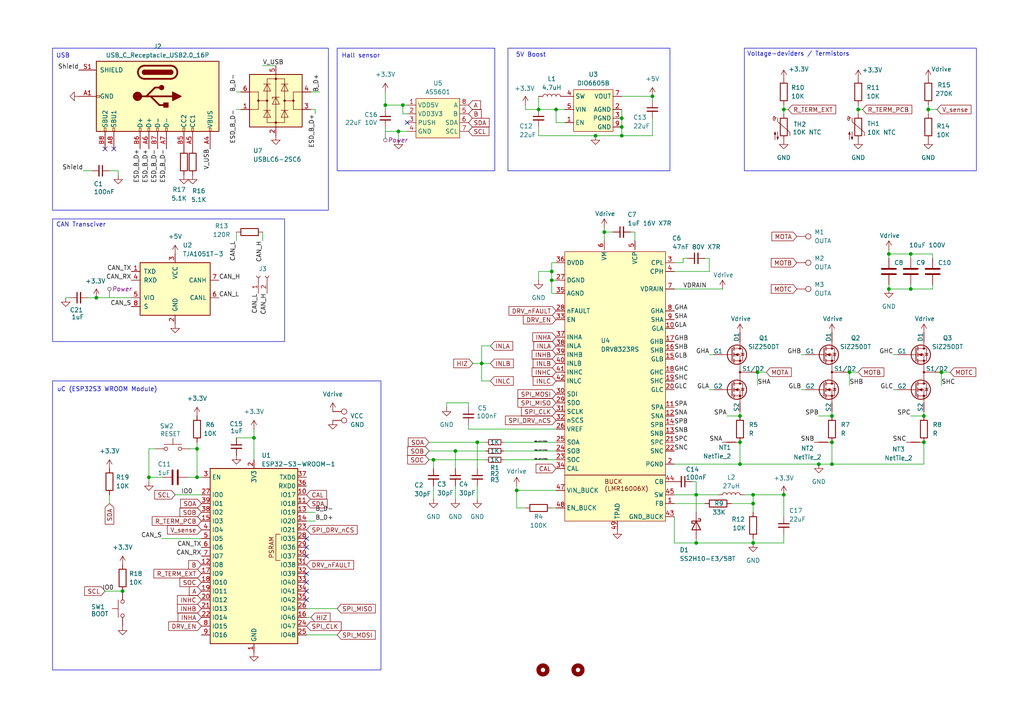
<source format=kicad_sch>
(kicad_sch
	(version 20231120)
	(generator "eeschema")
	(generator_version "8.0")
	(uuid "61527e19-2556-4103-af6a-a1f2e8aebbfc")
	(paper "A4")
	
	(junction
		(at 218.44 143.51)
		(diameter 0)
		(color 0 0 0 0)
		(uuid "0284385f-6127-40d9-9d67-bcb443d5fea0")
	)
	(junction
		(at 273.05 107.95)
		(diameter 0)
		(color 0 0 0 0)
		(uuid "0397b7ec-ca2e-4d7c-80bc-4658c9ad64da")
	)
	(junction
		(at 214.63 128.27)
		(diameter 0)
		(color 0 0 0 0)
		(uuid "0634f91f-f7fd-4a67-8527-54598e1b3186")
	)
	(junction
		(at 27.94 86.36)
		(diameter 0)
		(color 0 0 0 0)
		(uuid "11e90057-1b94-4ee4-aa74-eb7ca97f056a")
	)
	(junction
		(at 214.63 120.65)
		(diameter 0)
		(color 0 0 0 0)
		(uuid "19c3c244-869c-4e6c-9779-ce4dc7c7c00d")
	)
	(junction
		(at 161.29 31.75)
		(diameter 0)
		(color 0 0 0 0)
		(uuid "1f12e6e0-f05d-49f6-8994-4b5084f7b1d5")
	)
	(junction
		(at 218.44 157.48)
		(diameter 0)
		(color 0 0 0 0)
		(uuid "211c7462-3735-4841-9c6a-2498a829332a")
	)
	(junction
		(at 125.73 133.35)
		(diameter 0)
		(color 0 0 0 0)
		(uuid "2cfd6016-80fa-48b2-b6e3-2dc98749bf93")
	)
	(junction
		(at 57.15 138.43)
		(diameter 0)
		(color 0 0 0 0)
		(uuid "3a6340b0-ebde-45cd-93f8-4148dc4e6590")
	)
	(junction
		(at 246.38 107.95)
		(diameter 0)
		(color 0 0 0 0)
		(uuid "3e65267f-c0b7-43d3-956d-d9f1e49990d2")
	)
	(junction
		(at 139.7 105.41)
		(diameter 0)
		(color 0 0 0 0)
		(uuid "4953365e-e73f-4748-93dc-ef64c513e0a0")
	)
	(junction
		(at 35.56 171.45)
		(diameter 0)
		(color 0 0 0 0)
		(uuid "4a8d10f3-684e-4122-abd9-c4db5d62dad6")
	)
	(junction
		(at 267.97 120.65)
		(diameter 0)
		(color 0 0 0 0)
		(uuid "4cdb02b7-43b3-434c-b8f2-72548de4b741")
	)
	(junction
		(at 149.86 142.24)
		(diameter 0)
		(color 0 0 0 0)
		(uuid "51b5d669-54af-4c1a-9243-cd3bea59cdc3")
	)
	(junction
		(at 219.71 107.95)
		(diameter 0)
		(color 0 0 0 0)
		(uuid "5b6aed1d-1f8d-4065-94a7-6a4a07be897f")
	)
	(junction
		(at 172.72 39.37)
		(diameter 0)
		(color 0 0 0 0)
		(uuid "5cf45758-5f37-4339-b8a1-8157409629f7")
	)
	(junction
		(at 267.97 128.27)
		(diameter 0)
		(color 0 0 0 0)
		(uuid "5dbf8551-3883-48f3-9a86-19dea04ec26e")
	)
	(junction
		(at 115.57 38.1)
		(diameter 0)
		(color 0 0 0 0)
		(uuid "6225f909-13a6-4243-870e-9548ad2d923e")
	)
	(junction
		(at 189.23 27.94)
		(diameter 0)
		(color 0 0 0 0)
		(uuid "62df8372-c2d4-4c14-b407-2a5f0c147034")
	)
	(junction
		(at 218.44 146.05)
		(diameter 0)
		(color 0 0 0 0)
		(uuid "6334b0f6-42b5-4cb4-a8f4-d1f219b363df")
	)
	(junction
		(at 73.66 127)
		(diameter 0)
		(color 0 0 0 0)
		(uuid "671be447-7df0-4260-b6ff-ece6b464b211")
	)
	(junction
		(at 180.34 39.37)
		(diameter 0)
		(color 0 0 0 0)
		(uuid "6a47b1f5-898b-4789-bfa3-48e22b86e9ec")
	)
	(junction
		(at 111.76 30.48)
		(diameter 0)
		(color 0 0 0 0)
		(uuid "6ef2d5a1-6f24-4476-bc48-d4cbcc9e537a")
	)
	(junction
		(at 201.93 143.51)
		(diameter 0)
		(color 0 0 0 0)
		(uuid "72e940d6-32e3-44bc-8dae-66c8c996c187")
	)
	(junction
		(at 160.02 78.74)
		(diameter 0)
		(color 0 0 0 0)
		(uuid "7ab55101-d300-46cd-8135-3fda52f6f2ea")
	)
	(junction
		(at 227.33 31.75)
		(diameter 0)
		(color 0 0 0 0)
		(uuid "85c3527f-0613-4f22-b05f-784978630301")
	)
	(junction
		(at 57.15 130.175)
		(diameter 0)
		(color 0 0 0 0)
		(uuid "896e691e-af9a-4393-af52-0f7480011813")
	)
	(junction
		(at 180.34 36.83)
		(diameter 0)
		(color 0 0 0 0)
		(uuid "915a1d2e-c736-4903-b3ad-20e519cfd251")
	)
	(junction
		(at 264.16 83.82)
		(diameter 0)
		(color 0 0 0 0)
		(uuid "9518af15-a4d8-4d45-942c-ff9812e30013")
	)
	(junction
		(at 257.81 73.66)
		(diameter 0)
		(color 0 0 0 0)
		(uuid "95f33719-9f0b-4ddc-9471-c3c9c5b24a4f")
	)
	(junction
		(at 180.34 34.29)
		(diameter 0)
		(color 0 0 0 0)
		(uuid "9e6bb5e5-f254-471b-9e0e-a28cd3f478e4")
	)
	(junction
		(at 241.3 134.62)
		(diameter 0)
		(color 0 0 0 0)
		(uuid "a58529bd-f061-4ad9-ad27-64cb46bb1c4a")
	)
	(junction
		(at 269.24 31.75)
		(diameter 0)
		(color 0 0 0 0)
		(uuid "a6228a34-e5f9-4963-9f24-f99a62766710")
	)
	(junction
		(at 257.81 83.82)
		(diameter 0)
		(color 0 0 0 0)
		(uuid "a81e5768-7f59-4388-b894-3fd123ca3444")
	)
	(junction
		(at 156.21 31.75)
		(diameter 0)
		(color 0 0 0 0)
		(uuid "b6fde476-371a-46c0-bc92-2de43cb8c576")
	)
	(junction
		(at 214.63 134.62)
		(diameter 0)
		(color 0 0 0 0)
		(uuid "bf9d1884-85d1-495a-b8f2-904c080dd1a2")
	)
	(junction
		(at 227.33 143.51)
		(diameter 0)
		(color 0 0 0 0)
		(uuid "c1224f00-793d-47d8-ae35-797ce2c5d6be")
	)
	(junction
		(at 43.18 138.43)
		(diameter 0)
		(color 0 0 0 0)
		(uuid "c240a5e4-25a5-4952-9e64-f9ce81bddbe6")
	)
	(junction
		(at 116.84 30.48)
		(diameter 0)
		(color 0 0 0 0)
		(uuid "ca69c265-1155-4aa9-94b0-02ba90c56c30")
	)
	(junction
		(at 248.92 31.75)
		(diameter 0)
		(color 0 0 0 0)
		(uuid "cac58f90-c156-47a1-8f2b-332ce42d5e41")
	)
	(junction
		(at 237.49 134.62)
		(diameter 0)
		(color 0 0 0 0)
		(uuid "cae3805f-9921-468e-b0e3-f2ab50ce01f2")
	)
	(junction
		(at 138.43 128.27)
		(diameter 0)
		(color 0 0 0 0)
		(uuid "ce17d290-3265-4b3e-a8cf-d6e2a6d08c21")
	)
	(junction
		(at 241.3 128.27)
		(diameter 0)
		(color 0 0 0 0)
		(uuid "d46e767d-7704-48c1-a5ad-b2c17eebeb64")
	)
	(junction
		(at 132.08 130.81)
		(diameter 0)
		(color 0 0 0 0)
		(uuid "d65aeea5-4182-40e4-a6f1-dac2731cdda5")
	)
	(junction
		(at 241.3 120.65)
		(diameter 0)
		(color 0 0 0 0)
		(uuid "e1591f83-994a-49b0-b948-6cde9f870912")
	)
	(junction
		(at 264.16 73.66)
		(diameter 0)
		(color 0 0 0 0)
		(uuid "ecb0c12d-373a-4679-9d6a-64ac7ac32eda")
	)
	(junction
		(at 175.26 67.31)
		(diameter 0)
		(color 0 0 0 0)
		(uuid "f2212503-ba0d-4379-9668-07e3ff6a8f54")
	)
	(junction
		(at 160.02 81.28)
		(diameter 0)
		(color 0 0 0 0)
		(uuid "f6d688b1-7472-4ae6-9730-20ff3d8f06f4")
	)
	(junction
		(at 201.93 157.48)
		(diameter 0)
		(color 0 0 0 0)
		(uuid "fcb2e09a-9fc9-432c-aa9d-6737c14dd3e6")
	)
	(no_connect
		(at 88.9 156.21)
		(uuid "21b389bf-8544-4ab3-a6af-85dcec061312")
	)
	(no_connect
		(at 88.9 173.99)
		(uuid "251afa6e-a9d1-403b-aeff-f4b0a4576576")
	)
	(no_connect
		(at 88.9 168.91)
		(uuid "61f4fb37-3eb0-494a-9af1-0e95d0346d74")
	)
	(no_connect
		(at 88.9 158.75)
		(uuid "73d93d17-fc44-4448-b6fe-6e9ac6004424")
	)
	(no_connect
		(at 118.11 35.56)
		(uuid "76c6a7d5-5d02-4833-8953-f2662b4f852c")
	)
	(no_connect
		(at 30.48 43.18)
		(uuid "92bb5834-73c4-4919-8454-1c2723dce2fc")
	)
	(no_connect
		(at 88.9 161.29)
		(uuid "ada70651-de70-40f7-954e-5002d2db60ca")
	)
	(no_connect
		(at 33.02 43.18)
		(uuid "aed5293d-dfb3-4aed-8a82-23faff8d1c3e")
	)
	(no_connect
		(at 88.9 171.45)
		(uuid "e090aef1-90b4-4f62-9c33-2322617bbdfc")
	)
	(no_connect
		(at 88.9 166.37)
		(uuid "fdd7f21f-3aa0-48c1-bf4a-ccbd57068997")
	)
	(wire
		(pts
			(xy 97.79 184.15) (xy 88.9 184.15)
		)
		(stroke
			(width 0)
			(type default)
		)
		(uuid "011a5d79-3e4b-4425-8120-1a65eed59d42")
	)
	(wire
		(pts
			(xy 142.24 100.33) (xy 139.7 100.33)
		)
		(stroke
			(width 0)
			(type default)
		)
		(uuid "02be5661-f803-4d08-8298-99999d7979a2")
	)
	(wire
		(pts
			(xy 34.29 49.53) (xy 34.29 50.8)
		)
		(stroke
			(width 0)
			(type default)
		)
		(uuid "03a53043-347b-443c-bcb9-3b8e4fc834a0")
	)
	(wire
		(pts
			(xy 97.79 176.53) (xy 88.9 176.53)
		)
		(stroke
			(width 0)
			(type default)
		)
		(uuid "043b2b38-9be3-4631-9755-1969b406c865")
	)
	(wire
		(pts
			(xy 189.23 27.94) (xy 189.23 29.21)
		)
		(stroke
			(width 0)
			(type default)
		)
		(uuid "044e93da-b75d-4fe1-9ccc-0776ba600177")
	)
	(wire
		(pts
			(xy 205.74 74.93) (xy 205.74 78.74)
		)
		(stroke
			(width 0)
			(type default)
		)
		(uuid "06672801-f105-48ec-8636-7d9f4453f3c7")
	)
	(wire
		(pts
			(xy 227.33 143.51) (xy 227.33 149.86)
		)
		(stroke
			(width 0)
			(type default)
		)
		(uuid "083b6962-58c5-4368-92df-443c7b178cf5")
	)
	(wire
		(pts
			(xy 160.02 147.32) (xy 161.29 147.32)
		)
		(stroke
			(width 0)
			(type default)
		)
		(uuid "086f5a7f-036a-443d-a599-39a88c93e930")
	)
	(wire
		(pts
			(xy 264.16 83.82) (xy 264.16 82.55)
		)
		(stroke
			(width 0)
			(type default)
		)
		(uuid "0c5309a2-f22f-473b-87e3-ec003e6b0cb5")
	)
	(wire
		(pts
			(xy 160.02 76.2) (xy 161.29 76.2)
		)
		(stroke
			(width 0)
			(type default)
		)
		(uuid "0da8f5b3-a387-4ce9-b2fb-b1f9921f58ce")
	)
	(wire
		(pts
			(xy 189.23 39.37) (xy 180.34 39.37)
		)
		(stroke
			(width 0)
			(type default)
		)
		(uuid "0de32eee-b1fb-4a3b-baaf-d4cf3169c26e")
	)
	(wire
		(pts
			(xy 90.17 179.07) (xy 88.9 179.07)
		)
		(stroke
			(width 0)
			(type default)
		)
		(uuid "0e000798-0b4f-4290-a002-c6ade454ebfb")
	)
	(wire
		(pts
			(xy 257.81 83.82) (xy 257.81 82.55)
		)
		(stroke
			(width 0)
			(type default)
		)
		(uuid "0ff71ec6-daa6-417e-ad74-711e61e9af7e")
	)
	(wire
		(pts
			(xy 246.38 107.95) (xy 246.38 111.76)
		)
		(stroke
			(width 0)
			(type default)
		)
		(uuid "1365553e-510d-499e-9486-7cc34328dfb8")
	)
	(wire
		(pts
			(xy 259.08 102.87) (xy 260.35 102.87)
		)
		(stroke
			(width 0)
			(type default)
		)
		(uuid "13a4e963-0594-4b9b-87b3-57fca33144c1")
	)
	(wire
		(pts
			(xy 91.44 33.02) (xy 91.44 31.75)
		)
		(stroke
			(width 0)
			(type default)
		)
		(uuid "156d26ff-5497-454b-b8a6-198d32f27973")
	)
	(wire
		(pts
			(xy 160.02 78.74) (xy 160.02 81.28)
		)
		(stroke
			(width 0)
			(type default)
		)
		(uuid "171f0f74-0024-4168-915c-00fe358561db")
	)
	(wire
		(pts
			(xy 214.63 128.27) (xy 214.63 134.62)
		)
		(stroke
			(width 0)
			(type default)
		)
		(uuid "18a8c47c-be01-4c87-ab30-608c31cc4353")
	)
	(wire
		(pts
			(xy 129.54 118.11) (xy 129.54 116.84)
		)
		(stroke
			(width 0)
			(type default)
		)
		(uuid "18d75c01-e5d4-4507-b4bc-613031109c08")
	)
	(wire
		(pts
			(xy 160.02 81.28) (xy 160.02 85.09)
		)
		(stroke
			(width 0)
			(type default)
		)
		(uuid "18ee7d1f-d2b8-4ae5-a1a4-a3e2a989c744")
	)
	(wire
		(pts
			(xy 135.89 116.84) (xy 135.89 118.11)
		)
		(stroke
			(width 0)
			(type default)
		)
		(uuid "1be4c169-afd6-4dc3-aa26-203f95f2e2e0")
	)
	(wire
		(pts
			(xy 129.54 116.84) (xy 135.89 116.84)
		)
		(stroke
			(width 0)
			(type default)
		)
		(uuid "1ef15a4a-fefe-4ab5-8a6e-435a6d445150")
	)
	(wire
		(pts
			(xy 195.58 76.2) (xy 198.12 76.2)
		)
		(stroke
			(width 0)
			(type default)
		)
		(uuid "1f52c2f2-758d-47ad-b55d-739484ce21cc")
	)
	(wire
		(pts
			(xy 264.16 83.82) (xy 270.51 83.82)
		)
		(stroke
			(width 0)
			(type default)
		)
		(uuid "2014b7e5-2955-440a-b2f8-cb557845122f")
	)
	(wire
		(pts
			(xy 175.26 67.31) (xy 177.8 67.31)
		)
		(stroke
			(width 0)
			(type default)
		)
		(uuid "21921f70-d1da-4e09-930b-fb9f14925f88")
	)
	(wire
		(pts
			(xy 184.15 67.31) (xy 184.15 69.85)
		)
		(stroke
			(width 0)
			(type default)
		)
		(uuid "229dd84a-09aa-4fb2-bc9b-b320fd2456d9")
	)
	(wire
		(pts
			(xy 248.92 30.48) (xy 248.92 31.75)
		)
		(stroke
			(width 0)
			(type default)
		)
		(uuid "22b53faf-6deb-4e3e-9ebf-83349e801a7c")
	)
	(wire
		(pts
			(xy 175.26 67.31) (xy 175.26 69.85)
		)
		(stroke
			(width 0)
			(type default)
		)
		(uuid "241890ec-3084-4961-9de6-d1ab385e1abc")
	)
	(wire
		(pts
			(xy 91.44 151.13) (xy 88.9 151.13)
		)
		(stroke
			(width 0)
			(type default)
		)
		(uuid "2431546a-3d1d-4144-847a-51929e5b33a4")
	)
	(wire
		(pts
			(xy 182.88 67.31) (xy 184.15 67.31)
		)
		(stroke
			(width 0)
			(type default)
		)
		(uuid "249ea630-43fe-4b59-9b9b-411d9360f2b0")
	)
	(wire
		(pts
			(xy 43.18 130.175) (xy 43.18 138.43)
		)
		(stroke
			(width 0)
			(type default)
		)
		(uuid "25552927-ff46-4e4c-a97a-5ecab71cd9eb")
	)
	(wire
		(pts
			(xy 116.84 30.48) (xy 116.84 33.02)
		)
		(stroke
			(width 0)
			(type default)
		)
		(uuid "2600df9b-a75b-482c-b875-a99527189097")
	)
	(wire
		(pts
			(xy 135.89 123.19) (xy 135.89 124.46)
		)
		(stroke
			(width 0)
			(type default)
		)
		(uuid "27272e84-7f0e-4353-a346-290371e68c04")
	)
	(wire
		(pts
			(xy 132.08 135.89) (xy 132.08 130.81)
		)
		(stroke
			(width 0)
			(type default)
		)
		(uuid "286396ee-3788-4771-b192-a74701a20357")
	)
	(wire
		(pts
			(xy 214.63 120.65) (xy 214.63 119.38)
		)
		(stroke
			(width 0)
			(type default)
		)
		(uuid "2b2af486-7486-47da-96f1-c2d05f60b703")
	)
	(wire
		(pts
			(xy 163.83 35.56) (xy 161.29 35.56)
		)
		(stroke
			(width 0)
			(type default)
		)
		(uuid "2b7b2e0c-3a19-4df6-8928-970ae75f907d")
	)
	(wire
		(pts
			(xy 237.49 134.62) (xy 241.3 134.62)
		)
		(stroke
			(width 0)
			(type default)
		)
		(uuid "2cd4e412-d39c-4680-8482-d672658e1124")
	)
	(wire
		(pts
			(xy 241.3 128.27) (xy 241.3 134.62)
		)
		(stroke
			(width 0)
			(type default)
		)
		(uuid "2d5e46b0-0455-453a-9a0a-774532d90479")
	)
	(wire
		(pts
			(xy 76.2 67.31) (xy 76.2 69.85)
		)
		(stroke
			(width 0)
			(type default)
		)
		(uuid "30ae292c-bc31-49cb-852d-95dfaffd2eec")
	)
	(wire
		(pts
			(xy 46.99 156.21) (xy 58.42 156.21)
		)
		(stroke
			(width 0)
			(type default)
		)
		(uuid "313ac65a-1bb8-43c3-980d-08a616c912a8")
	)
	(wire
		(pts
			(xy 73.66 127) (xy 73.66 133.35)
		)
		(stroke
			(width 0)
			(type default)
		)
		(uuid "31a822d6-14ce-4f29-b467-47e49e7c00b9")
	)
	(wire
		(pts
			(xy 219.71 107.95) (xy 219.71 111.76)
		)
		(stroke
			(width 0)
			(type default)
		)
		(uuid "3239172c-f328-438e-bae8-9f99350c8d81")
	)
	(wire
		(pts
			(xy 195.58 134.62) (xy 214.63 134.62)
		)
		(stroke
			(width 0)
			(type default)
		)
		(uuid "352a52b0-a05f-4362-b850-22fac450cb0b")
	)
	(wire
		(pts
			(xy 91.44 148.59) (xy 88.9 148.59)
		)
		(stroke
			(width 0)
			(type default)
		)
		(uuid "35b54aa2-84f8-4cca-83bd-30b267063e1e")
	)
	(wire
		(pts
			(xy 264.16 120.65) (xy 267.97 120.65)
		)
		(stroke
			(width 0)
			(type default)
		)
		(uuid "360362bf-2e46-4eaf-a44b-edc87c60ecfd")
	)
	(wire
		(pts
			(xy 138.43 128.27) (xy 140.97 128.27)
		)
		(stroke
			(width 0)
			(type default)
		)
		(uuid "39499314-ce31-4bc9-b633-cd4d8191eaf6")
	)
	(wire
		(pts
			(xy 138.43 128.27) (xy 138.43 135.89)
		)
		(stroke
			(width 0)
			(type default)
		)
		(uuid "3b02e597-d4ed-42b0-ba3c-b933cabf679e")
	)
	(wire
		(pts
			(xy 31.75 49.53) (xy 34.29 49.53)
		)
		(stroke
			(width 0)
			(type default)
		)
		(uuid "3b037d17-1c6a-464d-8330-def05a88e58e")
	)
	(wire
		(pts
			(xy 146.05 133.35) (xy 161.29 133.35)
		)
		(stroke
			(width 0)
			(type default)
		)
		(uuid "3d814851-48a3-432a-baf5-fd91d68f0148")
	)
	(wire
		(pts
			(xy 269.24 33.02) (xy 269.24 31.75)
		)
		(stroke
			(width 0)
			(type default)
		)
		(uuid "3df087e6-6f29-4b42-9fbf-3e5d57bed7ba")
	)
	(wire
		(pts
			(xy 246.38 107.95) (xy 248.92 107.95)
		)
		(stroke
			(width 0)
			(type default)
		)
		(uuid "3e8e5072-67bc-4e98-904d-733d711569bb")
	)
	(wire
		(pts
			(xy 195.58 143.51) (xy 201.93 143.51)
		)
		(stroke
			(width 0)
			(type default)
		)
		(uuid "3edef3bc-f9dd-47e8-9025-5198710296cd")
	)
	(wire
		(pts
			(xy 43.18 130.175) (xy 45.085 130.175)
		)
		(stroke
			(width 0)
			(type default)
		)
		(uuid "40be994a-77eb-42d6-ba72-d94b5d1d31f9")
	)
	(wire
		(pts
			(xy 156.21 39.37) (xy 172.72 39.37)
		)
		(stroke
			(width 0)
			(type default)
		)
		(uuid "422f9d61-36a9-41f6-99e6-e20ffb41364a")
	)
	(wire
		(pts
			(xy 55.245 130.175) (xy 57.15 130.175)
		)
		(stroke
			(width 0)
			(type default)
		)
		(uuid "4549d210-f376-4bc9-8dad-a8f64f085982")
	)
	(wire
		(pts
			(xy 156.21 36.83) (xy 156.21 39.37)
		)
		(stroke
			(width 0)
			(type default)
		)
		(uuid "488ed74f-48fb-4651-aed2-da784ccb6ee2")
	)
	(wire
		(pts
			(xy 195.58 83.82) (xy 209.55 83.82)
		)
		(stroke
			(width 0)
			(type default)
		)
		(uuid "49c357f5-07de-4bd7-a6b4-c52c73d41390")
	)
	(wire
		(pts
			(xy 43.18 138.43) (xy 46.99 138.43)
		)
		(stroke
			(width 0)
			(type default)
		)
		(uuid "4b0d0e63-c074-4c4a-a31d-707f2966482f")
	)
	(wire
		(pts
			(xy 137.16 105.41) (xy 139.7 105.41)
		)
		(stroke
			(width 0)
			(type default)
		)
		(uuid "4d78f852-e4d1-4dc2-a1db-101c6ea42d1d")
	)
	(wire
		(pts
			(xy 68.58 26.67) (xy 69.85 26.67)
		)
		(stroke
			(width 0)
			(type default)
		)
		(uuid "4ffaba3b-c1d0-443a-be22-0dc686904689")
	)
	(wire
		(pts
			(xy 180.34 39.37) (xy 180.34 36.83)
		)
		(stroke
			(width 0)
			(type default)
		)
		(uuid "51929ee4-f724-4493-88c4-09a52db2a031")
	)
	(wire
		(pts
			(xy 135.89 124.46) (xy 161.29 124.46)
		)
		(stroke
			(width 0)
			(type default)
		)
		(uuid "51b32f4a-46de-482e-ac26-8f7219840313")
	)
	(wire
		(pts
			(xy 180.34 27.94) (xy 189.23 27.94)
		)
		(stroke
			(width 0)
			(type default)
		)
		(uuid "52ff8145-23d7-4f33-be08-d92ff6d8b960")
	)
	(wire
		(pts
			(xy 132.08 130.81) (xy 124.46 130.81)
		)
		(stroke
			(width 0)
			(type default)
		)
		(uuid "57b85ff9-d518-4a4e-a249-232a442c2ec9")
	)
	(wire
		(pts
			(xy 205.74 78.74) (xy 195.58 78.74)
		)
		(stroke
			(width 0)
			(type default)
		)
		(uuid "582c2de0-7b90-477c-a4e1-8715f46525f9")
	)
	(wire
		(pts
			(xy 257.81 73.66) (xy 264.16 73.66)
		)
		(stroke
			(width 0)
			(type default)
		)
		(uuid "58a6b3aa-8ac2-4105-933b-5fa9bfcd31ff")
	)
	(wire
		(pts
			(xy 189.23 34.29) (xy 189.23 39.37)
		)
		(stroke
			(width 0)
			(type default)
		)
		(uuid "5907bbca-3a63-4d12-9202-bc4e6172b1f9")
	)
	(wire
		(pts
			(xy 111.76 30.48) (xy 116.84 30.48)
		)
		(stroke
			(width 0)
			(type default)
		)
		(uuid "59efcf45-4e0a-448d-8ca9-e6bb1c6f3146")
	)
	(wire
		(pts
			(xy 241.3 134.62) (xy 267.97 134.62)
		)
		(stroke
			(width 0)
			(type default)
		)
		(uuid "5f9a75f0-b40d-4cb8-a127-deda52cc5d2e")
	)
	(wire
		(pts
			(xy 275.59 107.95) (xy 273.05 107.95)
		)
		(stroke
			(width 0)
			(type default)
		)
		(uuid "60e4b5ba-8946-4920-8ad9-52141f6a7fb3")
	)
	(wire
		(pts
			(xy 68.58 127) (xy 73.66 127)
		)
		(stroke
			(width 0)
			(type default)
		)
		(uuid "66085653-3f93-4f80-af60-b3ecdbbb4c28")
	)
	(wire
		(pts
			(xy 116.84 30.48) (xy 118.11 30.48)
		)
		(stroke
			(width 0)
			(type default)
		)
		(uuid "6796b74f-ec96-473a-8828-afa9ccd00873")
	)
	(wire
		(pts
			(xy 142.24 110.49) (xy 139.7 110.49)
		)
		(stroke
			(width 0)
			(type default)
		)
		(uuid "68584cea-a3fe-4718-9754-3379fcca38bd")
	)
	(wire
		(pts
			(xy 205.74 102.87) (xy 207.01 102.87)
		)
		(stroke
			(width 0)
			(type default)
		)
		(uuid "6939d6bb-a446-4d47-a6c1-e051e12a1198")
	)
	(wire
		(pts
			(xy 201.93 157.48) (xy 201.93 156.21)
		)
		(stroke
			(width 0)
			(type default)
		)
		(uuid "6b829803-2c68-4525-9fa2-f9633c05895b")
	)
	(wire
		(pts
			(xy 125.73 133.35) (xy 140.97 133.35)
		)
		(stroke
			(width 0)
			(type default)
		)
		(uuid "6cef0e85-7259-40be-be80-cb6a812510f0")
	)
	(wire
		(pts
			(xy 125.73 140.97) (xy 125.73 144.78)
		)
		(stroke
			(width 0)
			(type default)
		)
		(uuid "6f3d197e-6761-41ee-8be7-095c68d7f55b")
	)
	(wire
		(pts
			(xy 227.33 31.75) (xy 227.33 33.02)
		)
		(stroke
			(width 0)
			(type default)
		)
		(uuid "70f96ed4-049b-4c1b-9632-f67e25667ea0")
	)
	(wire
		(pts
			(xy 111.76 38.1) (xy 115.57 38.1)
		)
		(stroke
			(width 0)
			(type default)
		)
		(uuid "7334f371-1d18-4ddd-9a84-501651edaa38")
	)
	(wire
		(pts
			(xy 156.21 78.74) (xy 160.02 78.74)
		)
		(stroke
			(width 0)
			(type default)
		)
		(uuid "76dfef7e-01f2-4e4f-a3a3-f1fba4f05c6f")
	)
	(wire
		(pts
			(xy 43.18 138.43) (xy 43.18 139.7)
		)
		(stroke
			(width 0)
			(type default)
		)
		(uuid "79e013f3-9947-4243-b10f-bdd496e8c793")
	)
	(wire
		(pts
			(xy 241.3 120.65) (xy 241.3 119.38)
		)
		(stroke
			(width 0)
			(type default)
		)
		(uuid "7ab1206b-8290-4eda-8340-15c7a9c2775e")
	)
	(wire
		(pts
			(xy 201.93 143.51) (xy 208.28 143.51)
		)
		(stroke
			(width 0)
			(type default)
		)
		(uuid "7cfda0e8-0a24-4fff-bf81-5ab291093829")
	)
	(wire
		(pts
			(xy 267.97 128.27) (xy 267.97 134.62)
		)
		(stroke
			(width 0)
			(type default)
		)
		(uuid "7d7f14b6-83c2-4989-b27f-cd658b6eb11d")
	)
	(wire
		(pts
			(xy 111.76 36.83) (xy 111.76 38.1)
		)
		(stroke
			(width 0)
			(type default)
		)
		(uuid "80389d22-1818-4795-9bfc-98636b07429a")
	)
	(wire
		(pts
			(xy 125.73 133.35) (xy 124.46 133.35)
		)
		(stroke
			(width 0)
			(type default)
		)
		(uuid "8103f168-84ed-481d-8100-17cc14df118e")
	)
	(wire
		(pts
			(xy 161.29 31.75) (xy 163.83 31.75)
		)
		(stroke
			(width 0)
			(type default)
		)
		(uuid "81ec38c3-f7b0-4ccc-9967-4d4f1cc22849")
	)
	(wire
		(pts
			(xy 232.41 102.87) (xy 233.68 102.87)
		)
		(stroke
			(width 0)
			(type default)
		)
		(uuid "8212911f-ed41-4e78-9eaa-bb8e0fa9b291")
	)
	(wire
		(pts
			(xy 138.43 140.97) (xy 138.43 144.78)
		)
		(stroke
			(width 0)
			(type default)
		)
		(uuid "8333a854-ac0e-4220-b7ea-1c2434fbe9b5")
	)
	(wire
		(pts
			(xy 27.94 86.36) (xy 38.1 86.36)
		)
		(stroke
			(width 0)
			(type default)
		)
		(uuid "8371ff55-74c5-4b50-97f0-5c291647fe81")
	)
	(wire
		(pts
			(xy 152.4 30.48) (xy 152.4 31.75)
		)
		(stroke
			(width 0)
			(type default)
		)
		(uuid "83a9654f-2fe3-492b-a461-e2c91966629b")
	)
	(wire
		(pts
			(xy 195.58 157.48) (xy 201.93 157.48)
		)
		(stroke
			(width 0)
			(type default)
		)
		(uuid "83c8fe8c-9c3b-490e-b425-4f3030d63b9d")
	)
	(wire
		(pts
			(xy 195.58 157.48) (xy 195.58 149.86)
		)
		(stroke
			(width 0)
			(type default)
		)
		(uuid "87ef8fb0-fa72-458b-9632-1f13c44307c3")
	)
	(wire
		(pts
			(xy 257.81 72.39) (xy 257.81 73.66)
		)
		(stroke
			(width 0)
			(type default)
		)
		(uuid "88ebcec4-a624-405d-8d7f-6c33f2712a37")
	)
	(wire
		(pts
			(xy 271.78 31.75) (xy 269.24 31.75)
		)
		(stroke
			(width 0)
			(type default)
		)
		(uuid "8a6a9fd7-0837-49b3-9c4c-22d92bcceb45")
	)
	(wire
		(pts
			(xy 160.02 78.74) (xy 160.02 76.2)
		)
		(stroke
			(width 0)
			(type default)
		)
		(uuid "8b109ba6-9648-4827-8977-2fd48f9cc0a9")
	)
	(wire
		(pts
			(xy 132.08 140.97) (xy 132.08 144.78)
		)
		(stroke
			(width 0)
			(type default)
		)
		(uuid "8e26ec5e-010b-4f62-a532-8910e20dfdb7")
	)
	(wire
		(pts
			(xy 68.58 31.75) (xy 69.85 31.75)
		)
		(stroke
			(width 0)
			(type default)
		)
		(uuid "8f09fd79-f802-41a4-bedd-0c7f8d6326dd")
	)
	(wire
		(pts
			(xy 218.44 143.51) (xy 227.33 143.51)
		)
		(stroke
			(width 0)
			(type default)
		)
		(uuid "8f7adad8-ca65-4899-8423-394d3b880284")
	)
	(wire
		(pts
			(xy 24.13 49.53) (xy 26.67 49.53)
		)
		(stroke
			(width 0)
			(type default)
		)
		(uuid "9025d658-a359-4854-a0c6-a6160ee6ea6d")
	)
	(wire
		(pts
			(xy 156.21 31.75) (xy 161.29 31.75)
		)
		(stroke
			(width 0)
			(type default)
		)
		(uuid "910b7f06-fed8-4804-aac7-8f93d7902abb")
	)
	(wire
		(pts
			(xy 160.02 81.28) (xy 161.29 81.28)
		)
		(stroke
			(width 0)
			(type default)
		)
		(uuid "933bd77c-0ad7-4fd9-a162-84e4c700dcd9")
	)
	(wire
		(pts
			(xy 204.47 146.05) (xy 195.58 146.05)
		)
		(stroke
			(width 0)
			(type default)
		)
		(uuid "933d9815-4008-4442-8062-036cc373ed9c")
	)
	(wire
		(pts
			(xy 204.47 74.93) (xy 205.74 74.93)
		)
		(stroke
			(width 0)
			(type default)
		)
		(uuid "939f944b-5802-482e-8415-d522c9b7d79d")
	)
	(wire
		(pts
			(xy 210.82 120.65) (xy 214.63 120.65)
		)
		(stroke
			(width 0)
			(type default)
		)
		(uuid "970a34d6-31d9-4f15-b645-2fbde8aa5673")
	)
	(wire
		(pts
			(xy 264.16 73.66) (xy 270.51 73.66)
		)
		(stroke
			(width 0)
			(type default)
		)
		(uuid "99547f1d-af51-4d31-bb2a-45ccbf19b67d")
	)
	(wire
		(pts
			(xy 124.46 128.27) (xy 138.43 128.27)
		)
		(stroke
			(width 0)
			(type default)
		)
		(uuid "99587cc0-6319-4dba-918a-fe8a812f34ca")
	)
	(wire
		(pts
			(xy 180.34 34.29) (xy 180.34 31.75)
		)
		(stroke
			(width 0)
			(type default)
		)
		(uuid "9a29affb-46d1-4256-b53d-bec77cfdcd10")
	)
	(wire
		(pts
			(xy 175.26 66.04) (xy 175.26 67.31)
		)
		(stroke
			(width 0)
			(type default)
		)
		(uuid "9da758bf-79e4-49ba-8a6c-5d34454e9961")
	)
	(wire
		(pts
			(xy 92.71 26.67) (xy 90.17 26.67)
		)
		(stroke
			(width 0)
			(type default)
		)
		(uuid "a11842e9-9cfd-481b-bd53-3a499f5b0a00")
	)
	(wire
		(pts
			(xy 139.7 110.49) (xy 139.7 105.41)
		)
		(stroke
			(width 0)
			(type default)
		)
		(uuid "a3209d69-e3bb-4cf2-8a8d-ec2521a390fd")
	)
	(wire
		(pts
			(xy 215.9 143.51) (xy 218.44 143.51)
		)
		(stroke
			(width 0)
			(type default)
		)
		(uuid "a3ebd1ec-f581-4571-a308-850893383ad7")
	)
	(wire
		(pts
			(xy 57.15 128.27) (xy 57.15 130.175)
		)
		(stroke
			(width 0)
			(type default)
		)
		(uuid "a4a08e94-56e1-4eb3-ab7b-2da7b729bc4f")
	)
	(wire
		(pts
			(xy 146.05 130.81) (xy 161.29 130.81)
		)
		(stroke
			(width 0)
			(type default)
		)
		(uuid "a6256943-225c-463a-ba0f-2d145800da22")
	)
	(wire
		(pts
			(xy 198.12 76.2) (xy 198.12 74.93)
		)
		(stroke
			(width 0)
			(type default)
		)
		(uuid "a637f015-cd8b-447f-b608-4dcf60b9f8b2")
	)
	(wire
		(pts
			(xy 91.44 31.75) (xy 90.17 31.75)
		)
		(stroke
			(width 0)
			(type default)
		)
		(uuid "aea742dd-ca95-4e13-8033-ee1da586a771")
	)
	(wire
		(pts
			(xy 218.44 157.48) (xy 227.33 157.48)
		)
		(stroke
			(width 0)
			(type default)
		)
		(uuid "b1f659de-0df7-489a-b6fa-fba70471e99f")
	)
	(wire
		(pts
			(xy 73.66 124.46) (xy 73.66 127)
		)
		(stroke
			(width 0)
			(type default)
		)
		(uuid "b30173bf-58c5-444f-8109-639213e6f125")
	)
	(wire
		(pts
			(xy 201.93 139.7) (xy 200.66 139.7)
		)
		(stroke
			(width 0)
			(type default)
		)
		(uuid "b3626da6-c128-4cae-b584-731fad18b117")
	)
	(wire
		(pts
			(xy 228.6 31.75) (xy 227.33 31.75)
		)
		(stroke
			(width 0)
			(type default)
		)
		(uuid "b376fd8c-5f45-4970-b544-bff1a248fbe0")
	)
	(wire
		(pts
			(xy 270.51 83.82) (xy 270.51 82.55)
		)
		(stroke
			(width 0)
			(type default)
		)
		(uuid "b79a512f-54bd-455d-8ed6-05149c0c4ec4")
	)
	(wire
		(pts
			(xy 116.84 33.02) (xy 118.11 33.02)
		)
		(stroke
			(width 0)
			(type default)
		)
		(uuid "b8d3199b-a1c3-48b9-926a-478e10422024")
	)
	(wire
		(pts
			(xy 237.49 120.65) (xy 241.3 120.65)
		)
		(stroke
			(width 0)
			(type default)
		)
		(uuid "b8e8dd65-6e0b-42da-b4e2-f06087a52458")
	)
	(wire
		(pts
			(xy 232.41 113.03) (xy 233.68 113.03)
		)
		(stroke
			(width 0)
			(type default)
		)
		(uuid "ba3a7361-4c1c-45a1-bf46-2835f2105d92")
	)
	(wire
		(pts
			(xy 248.92 31.75) (xy 248.92 33.02)
		)
		(stroke
			(width 0)
			(type default)
		)
		(uuid "bc5d90eb-ff10-4fdc-ab98-b88ce155668a")
	)
	(wire
		(pts
			(xy 218.44 157.48) (xy 218.44 156.21)
		)
		(stroke
			(width 0)
			(type default)
		)
		(uuid "bd12054a-642d-4adf-b729-2d1f84a44558")
	)
	(wire
		(pts
			(xy 156.21 27.94) (xy 156.21 31.75)
		)
		(stroke
			(width 0)
			(type default)
		)
		(uuid "bf6725da-7718-4c3b-970c-73b95b65e55c")
	)
	(wire
		(pts
			(xy 180.34 36.83) (xy 180.34 34.29)
		)
		(stroke
			(width 0)
			(type default)
		)
		(uuid "c0fddb89-22a5-4e33-9f02-cbfce21c4fa6")
	)
	(wire
		(pts
			(xy 212.09 146.05) (xy 218.44 146.05)
		)
		(stroke
			(width 0)
			(type default)
		)
		(uuid "c1018225-72aa-4d1e-bc5a-87a81f0ce7e9")
	)
	(wire
		(pts
			(xy 227.33 30.48) (xy 227.33 31.75)
		)
		(stroke
			(width 0)
			(type default)
		)
		(uuid "c10796c5-0e5c-43b7-8bde-ca8c041d2459")
	)
	(wire
		(pts
			(xy 139.7 105.41) (xy 142.24 105.41)
		)
		(stroke
			(width 0)
			(type default)
		)
		(uuid "c21ed720-73a0-4b6d-8487-f09f398bb1de")
	)
	(wire
		(pts
			(xy 149.86 140.97) (xy 149.86 142.24)
		)
		(stroke
			(width 0)
			(type default)
		)
		(uuid "c3700901-eb7e-4fd8-be77-a7ca370659ee")
	)
	(wire
		(pts
			(xy 227.33 154.94) (xy 227.33 157.48)
		)
		(stroke
			(width 0)
			(type default)
		)
		(uuid "c497c688-434f-4845-a760-523ae1880b8b")
	)
	(wire
		(pts
			(xy 132.08 130.81) (xy 140.97 130.81)
		)
		(stroke
			(width 0)
			(type default)
		)
		(uuid "c92c6140-4ffc-4b31-a3c2-d9e682fc1ae9")
	)
	(wire
		(pts
			(xy 125.73 135.89) (xy 125.73 133.35)
		)
		(stroke
			(width 0)
			(type default)
		)
		(uuid "c99a1ca2-8d85-4abf-80ef-3fbb5c33f5f6")
	)
	(wire
		(pts
			(xy 269.24 30.48) (xy 269.24 31.75)
		)
		(stroke
			(width 0)
			(type default)
		)
		(uuid "cdeaf8b4-6dd3-4b58-958a-15ab23a29e81")
	)
	(wire
		(pts
			(xy 205.74 113.03) (xy 207.01 113.03)
		)
		(stroke
			(width 0)
			(type default)
		)
		(uuid "cf6cdc1a-e792-4c00-a975-a5ba2f23b679")
	)
	(wire
		(pts
			(xy 248.92 31.75) (xy 250.19 31.75)
		)
		(stroke
			(width 0)
			(type default)
		)
		(uuid "d05e4fb0-1ecd-4d5a-ad8d-2463df77d318")
	)
	(wire
		(pts
			(xy 57.15 138.43) (xy 58.42 138.43)
		)
		(stroke
			(width 0)
			(type default)
		)
		(uuid "d4c31d4f-75f5-4063-a2ae-636a0ab1e2b4")
	)
	(wire
		(pts
			(xy 19.05 86.36) (xy 20.32 86.36)
		)
		(stroke
			(width 0)
			(type default)
		)
		(uuid "d69adecb-caec-424e-a880-7aa83e2c5622")
	)
	(wire
		(pts
			(xy 218.44 146.05) (xy 218.44 148.59)
		)
		(stroke
			(width 0)
			(type default)
		)
		(uuid "d6e343dd-a699-47e3-b16f-53efffab0555")
	)
	(wire
		(pts
			(xy 57.15 130.175) (xy 57.15 138.43)
		)
		(stroke
			(width 0)
			(type default)
		)
		(uuid "d8e9af29-1854-4355-ba5a-7b0aec50f11c")
	)
	(wire
		(pts
			(xy 161.29 85.09) (xy 160.02 85.09)
		)
		(stroke
			(width 0)
			(type default)
		)
		(uuid "d95e5445-fa57-4081-a14a-ecf40bedadf6")
	)
	(wire
		(pts
			(xy 149.86 147.32) (xy 149.86 142.24)
		)
		(stroke
			(width 0)
			(type default)
		)
		(uuid "da07ad9f-8319-48c4-aa0e-54660e05b69d")
	)
	(wire
		(pts
			(xy 68.58 67.31) (xy 68.58 69.85)
		)
		(stroke
			(width 0)
			(type default)
		)
		(uuid "da79e327-6459-4e94-904f-ce7bad2e9746")
	)
	(wire
		(pts
			(xy 50.8 143.51) (xy 58.42 143.51)
		)
		(stroke
			(width 0)
			(type default)
		)
		(uuid "dac7f3bc-cffe-4682-bc22-2d976e7e14e3")
	)
	(wire
		(pts
			(xy 257.81 73.66) (xy 257.81 74.93)
		)
		(stroke
			(width 0)
			(type default)
		)
		(uuid "db34b52d-d82b-4fb9-b4bd-ecefebd45d3f")
	)
	(wire
		(pts
			(xy 201.93 143.51) (xy 201.93 139.7)
		)
		(stroke
			(width 0)
			(type default)
		)
		(uuid "dc4273e7-c171-4972-8acf-3e6c11f950af")
	)
	(wire
		(pts
			(xy 31.75 143.51) (xy 31.75 146.05)
		)
		(stroke
			(width 0)
			(type default)
		)
		(uuid "dd0efa2e-ecf0-4272-b631-cf16b12445b7")
	)
	(wire
		(pts
			(xy 198.12 74.93) (xy 199.39 74.93)
		)
		(stroke
			(width 0)
			(type default)
		)
		(uuid "dd404c2d-ec22-4d98-bd85-e37d2401b59b")
	)
	(wire
		(pts
			(xy 139.7 100.33) (xy 139.7 105.41)
		)
		(stroke
			(width 0)
			(type default)
		)
		(uuid "de6acca5-d55c-4a18-96af-5b8bfc95b447")
	)
	(wire
		(pts
			(xy 201.93 157.48) (xy 218.44 157.48)
		)
		(stroke
			(width 0)
			(type default)
		)
		(uuid "dfe93e5a-3341-4189-9402-c28d895de3c5")
	)
	(wire
		(pts
			(xy 201.93 143.51) (xy 201.93 148.59)
		)
		(stroke
			(width 0)
			(type default)
		)
		(uuid "e0f0544b-3f1e-4215-949e-19d216fd7998")
	)
	(wire
		(pts
			(xy 264.16 73.66) (xy 264.16 74.93)
		)
		(stroke
			(width 0)
			(type default)
		)
		(uuid "e0f1e6db-0860-4669-a2f0-9ee71b73ba90")
	)
	(wire
		(pts
			(xy 222.25 107.95) (xy 219.71 107.95)
		)
		(stroke
			(width 0)
			(type default)
		)
		(uuid "e13bdf55-da34-4ef6-a33e-3ed46286aff6")
	)
	(wire
		(pts
			(xy 156.21 78.74) (xy 156.21 81.28)
		)
		(stroke
			(width 0)
			(type default)
		)
		(uuid "e175d570-87bb-4f09-bd11-1fa00c5959dc")
	)
	(wire
		(pts
			(xy 267.97 120.65) (xy 267.97 119.38)
		)
		(stroke
			(width 0)
			(type default)
		)
		(uuid "e1b64b5e-ab3f-4766-8c50-790013133003")
	)
	(wire
		(pts
			(xy 146.05 128.27) (xy 161.29 128.27)
		)
		(stroke
			(width 0)
			(type default)
		)
		(uuid "e434f8bf-d182-42e5-b3b9-93e9bda0ec63")
	)
	(wire
		(pts
			(xy 30.48 171.45) (xy 35.56 171.45)
		)
		(stroke
			(width 0)
			(type default)
		)
		(uuid "e496060b-76b7-48d7-b7eb-b6049be287b4")
	)
	(wire
		(pts
			(xy 115.57 40.64) (xy 115.57 38.1)
		)
		(stroke
			(width 0)
			(type default)
		)
		(uuid "e5aa04ca-bf64-43ae-8563-2a75d5ba08a4")
	)
	(wire
		(pts
			(xy 152.4 147.32) (xy 149.86 147.32)
		)
		(stroke
			(width 0)
			(type default)
		)
		(uuid "e5af316e-33ff-4609-a147-e9827cef02a0")
	)
	(wire
		(pts
			(xy 111.76 30.48) (xy 111.76 31.75)
		)
		(stroke
			(width 0)
			(type default)
		)
		(uuid "e631c3e5-77f6-413b-8ba7-bffd99f4ad67")
	)
	(wire
		(pts
			(xy 259.08 113.03) (xy 260.35 113.03)
		)
		(stroke
			(width 0)
			(type default)
		)
		(uuid "e74ebb78-e732-4b0c-b96d-158321ccc408")
	)
	(wire
		(pts
			(xy 270.51 73.66) (xy 270.51 74.93)
		)
		(stroke
			(width 0)
			(type default)
		)
		(uuid "e75123b2-a023-4343-b674-a76323494be1")
	)
	(wire
		(pts
			(xy 152.4 31.75) (xy 156.21 31.75)
		)
		(stroke
			(width 0)
			(type default)
		)
		(uuid "e827ca3d-0e6d-4394-93ea-41f92726d04e")
	)
	(wire
		(pts
			(xy 111.76 26.67) (xy 111.76 30.48)
		)
		(stroke
			(width 0)
			(type default)
		)
		(uuid "e8908adc-5cc2-490f-a45e-9387bea52927")
	)
	(wire
		(pts
			(xy 115.57 38.1) (xy 118.11 38.1)
		)
		(stroke
			(width 0)
			(type default)
		)
		(uuid "e8cdc5da-34b4-44a9-b437-b37dc0fde6e9")
	)
	(wire
		(pts
			(xy 25.4 86.36) (xy 27.94 86.36)
		)
		(stroke
			(width 0)
			(type default)
		)
		(uuid "ed2fd9a0-c308-467f-b400-0da79035e5de")
	)
	(wire
		(pts
			(xy 257.81 83.82) (xy 264.16 83.82)
		)
		(stroke
			(width 0)
			(type default)
		)
		(uuid "f07e7f3c-ec0d-4ce7-8132-61382f16145e")
	)
	(wire
		(pts
			(xy 218.44 143.51) (xy 218.44 146.05)
		)
		(stroke
			(width 0)
			(type default)
		)
		(uuid "f1bfa21c-1da7-49cd-b8cf-63537902d76e")
	)
	(wire
		(pts
			(xy 161.29 35.56) (xy 161.29 31.75)
		)
		(stroke
			(width 0)
			(type default)
		)
		(uuid "f2ae1466-58c8-4712-b124-8024760a17da")
	)
	(wire
		(pts
			(xy 214.63 134.62) (xy 237.49 134.62)
		)
		(stroke
			(width 0)
			(type default)
		)
		(uuid "f52abe7c-111c-4897-b814-8d20376eb35f")
	)
	(wire
		(pts
			(xy 76.2 19.05) (xy 80.01 19.05)
		)
		(stroke
			(width 0)
			(type default)
		)
		(uuid "f6356dc4-eb59-47c7-b5b5-43a7ef64d6fd")
	)
	(wire
		(pts
			(xy 54.61 138.43) (xy 57.15 138.43)
		)
		(stroke
			(width 0)
			(type default)
		)
		(uuid "f91331da-5ade-479b-9110-7fd391b25c3a")
	)
	(wire
		(pts
			(xy 149.86 142.24) (xy 161.29 142.24)
		)
		(stroke
			(width 0)
			(type default)
		)
		(uuid "f9256f81-9369-448c-b780-168d77fe8d00")
	)
	(wire
		(pts
			(xy 172.72 39.37) (xy 180.34 39.37)
		)
		(stroke
			(width 0)
			(type default)
		)
		(uuid "fda4ea76-893e-4e81-af18-b52de6ff1e3e")
	)
	(wire
		(pts
			(xy 273.05 107.95) (xy 273.05 111.76)
		)
		(stroke
			(width 0)
			(type default)
		)
		(uuid "fdd6a8a7-15f1-4413-8161-46118f6d7c90")
	)
	(rectangle
		(start 15.24 63.5)
		(end 82.55 99.06)
		(stroke
			(width 0)
			(type default)
		)
		(fill
			(type none)
		)
		(uuid 06e052f4-da08-47e6-9d03-0817a605536c)
	)
	(rectangle
		(start 215.9 13.97)
		(end 283.21 49.53)
		(stroke
			(width 0)
			(type default)
		)
		(fill
			(type none)
		)
		(uuid 27bf8d16-c798-4b0e-b398-bed1539fc3fd)
	)
	(rectangle
		(start 97.79 13.97)
		(end 143.51 49.53)
		(stroke
			(width 0)
			(type default)
		)
		(fill
			(type none)
		)
		(uuid 745200eb-f91e-47eb-bce4-15cae6446002)
	)
	(rectangle
		(start 147.32 13.97)
		(end 194.31 49.53)
		(stroke
			(width 0)
			(type default)
		)
		(fill
			(type none)
		)
		(uuid ba09f429-4d9d-4b03-b4f6-9801e91bd977)
	)
	(rectangle
		(start 15.24 110.49)
		(end 110.49 194.31)
		(stroke
			(width 0)
			(type default)
		)
		(fill
			(type none)
		)
		(uuid bcb4e515-ec53-4609-8f2c-955bd4e90559)
	)
	(rectangle
		(start 15.24 13.97)
		(end 95.25 60.96)
		(stroke
			(width 0)
			(type default)
		)
		(fill
			(type none)
		)
		(uuid e681141d-2e7c-4bb1-a1ec-620428b95373)
	)
	(text "USB"
		(exclude_from_sim no)
		(at 16.256 16.256 0)
		(effects
			(font
				(size 1.27 1.27)
			)
			(justify left)
		)
		(uuid "2c00c21c-3b22-4ae5-b621-f7e61c714727")
	)
	(text "Voltage-deviders / Termistors"
		(exclude_from_sim no)
		(at 216.662 15.748 0)
		(effects
			(font
				(size 1.27 1.27)
			)
			(justify left)
		)
		(uuid "8aaa2967-6696-493e-abec-6b2e731655c9")
	)
	(text "CAN Transciver"
		(exclude_from_sim no)
		(at 16.256 65.278 0)
		(effects
			(font
				(size 1.27 1.27)
			)
			(justify left)
		)
		(uuid "ad00accc-3724-471f-804a-8337084dc7ea")
	)
	(text "Hall sensor"
		(exclude_from_sim no)
		(at 99.06 16.256 0)
		(effects
			(font
				(size 1.27 1.27)
			)
			(justify left)
		)
		(uuid "da985763-1f3d-43c3-b193-8b45c67841bf")
	)
	(text "5V Boost"
		(exclude_from_sim no)
		(at 149.606 16.002 0)
		(effects
			(font
				(size 1.27 1.27)
			)
			(justify left)
		)
		(uuid "dde45ef9-d504-436e-8c47-64475238698f")
	)
	(text "uC (ESP32S3 WROOM Module)"
		(exclude_from_sim no)
		(at 16.51 113.03 0)
		(effects
			(font
				(size 1.27 1.27)
			)
			(justify left)
		)
		(uuid "ea64fadc-6bc4-4f7c-bbf3-66bf38cf0abf")
	)
	(label "GLC"
		(at 195.58 113.03 0)
		(fields_autoplaced yes)
		(effects
			(font
				(size 1.27 1.27)
			)
			(justify left bottom)
		)
		(uuid "035accb0-d739-41cc-af74-cdd5ab519a73")
	)
	(label "ESD_B_D+"
		(at 40.64 43.18 270)
		(fields_autoplaced yes)
		(effects
			(font
				(size 1.27 1.27)
			)
			(justify right bottom)
		)
		(uuid "0915cbbf-3876-4fa1-bee4-b9fb28f24c18")
	)
	(label "SHA"
		(at 195.58 92.71 0)
		(fields_autoplaced yes)
		(effects
			(font
				(size 1.27 1.27)
			)
			(justify left bottom)
		)
		(uuid "18a4fe30-d7d0-4821-ac5c-b479668ddf41")
	)
	(label "SNC"
		(at 262.89 128.27 180)
		(fields_autoplaced yes)
		(effects
			(font
				(size 1.27 1.27)
			)
			(justify right bottom)
		)
		(uuid "1a03ace6-eb1a-4d55-b6b9-a05666835f9c")
	)
	(label "IO0"
		(at 33.02 171.45 180)
		(fields_autoplaced yes)
		(effects
			(font
				(size 1.27 1.27)
			)
			(justify right bottom)
		)
		(uuid "1a6d3465-213d-4e63-bdd5-a17b5aa0ba2d")
	)
	(label "SOB_UNFILTERED"
		(at 154.94 130.81 0)
		(fields_autoplaced yes)
		(effects
			(font
				(size 0.3 0.3)
			)
			(justify left bottom)
		)
		(uuid "1ab916f0-5db1-4515-bb83-a6547d46a726")
	)
	(label "SHC"
		(at 273.05 111.76 0)
		(fields_autoplaced yes)
		(effects
			(font
				(size 1.27 1.27)
			)
			(justify left bottom)
		)
		(uuid "20c88e71-2474-42a8-867c-b23cefc36845")
	)
	(label "GLA"
		(at 195.58 95.25 0)
		(fields_autoplaced yes)
		(effects
			(font
				(size 1.27 1.27)
			)
			(justify left bottom)
		)
		(uuid "20f20bb6-d56b-492c-ad3a-1822d383b589")
	)
	(label "B_D+"
		(at 91.44 151.13 0)
		(fields_autoplaced yes)
		(effects
			(font
				(size 1.27 1.27)
			)
			(justify left bottom)
		)
		(uuid "243be6cb-6552-45a4-a3b1-3c6c1db2bb87")
	)
	(label "SPB"
		(at 237.49 120.65 180)
		(fields_autoplaced yes)
		(effects
			(font
				(size 1.27 1.27)
			)
			(justify right bottom)
		)
		(uuid "25b7a022-092b-46c1-bddd-5f06ed69dbea")
	)
	(label "SHA"
		(at 219.71 111.76 0)
		(fields_autoplaced yes)
		(effects
			(font
				(size 1.27 1.27)
			)
			(justify left bottom)
		)
		(uuid "2ae81d49-ccee-4cc6-bee9-ac7e4344f131")
	)
	(label "VDRAIN"
		(at 198.12 83.82 0)
		(fields_autoplaced yes)
		(effects
			(font
				(size 1.27 1.27)
			)
			(justify left bottom)
		)
		(uuid "2efbfa88-c858-4872-8601-33fd638b5d7d")
	)
	(label "CAN_TX"
		(at 58.42 158.75 180)
		(fields_autoplaced yes)
		(effects
			(font
				(size 1.27 1.27)
			)
			(justify right bottom)
		)
		(uuid "32a61fad-c857-4fd6-87cb-82a637fc7eaf")
	)
	(label "CAN_H"
		(at 63.5 81.28 0)
		(fields_autoplaced yes)
		(effects
			(font
				(size 1.27 1.27)
			)
			(justify left bottom)
		)
		(uuid "33fa3b26-31c2-47c9-bcc5-4730d5badc51")
	)
	(label "GHC"
		(at 195.58 107.95 0)
		(fields_autoplaced yes)
		(effects
			(font
				(size 1.27 1.27)
			)
			(justify left bottom)
		)
		(uuid "34130c60-1859-4e60-962a-acc2220852d9")
	)
	(label "B_D-"
		(at 68.58 26.67 90)
		(fields_autoplaced yes)
		(effects
			(font
				(size 1.27 1.27)
			)
			(justify left bottom)
		)
		(uuid "3485e308-d4da-45fd-af55-389f3f5df72e")
	)
	(label "GHB"
		(at 232.41 102.87 180)
		(fields_autoplaced yes)
		(effects
			(font
				(size 1.27 1.27)
			)
			(justify right bottom)
		)
		(uuid "3594dad8-ba29-449a-b0da-cf72eeb1e9e4")
	)
	(label "B_D-"
		(at 91.44 148.59 0)
		(fields_autoplaced yes)
		(effects
			(font
				(size 1.27 1.27)
			)
			(justify left bottom)
		)
		(uuid "37d09b41-7176-45d2-9d46-f5298d436eb1")
	)
	(label "CAN_RX"
		(at 58.42 161.29 180)
		(fields_autoplaced yes)
		(effects
			(font
				(size 1.27 1.27)
			)
			(justify right bottom)
		)
		(uuid "3a3a0c42-86c9-41b6-bb8a-a2545b7f26ee")
	)
	(label "CAN_S"
		(at 46.99 156.21 180)
		(fields_autoplaced yes)
		(effects
			(font
				(size 1.27 1.27)
			)
			(justify right bottom)
		)
		(uuid "43df1439-dd50-4dee-87d6-40af9b643f54")
	)
	(label "SNB"
		(at 195.58 125.73 0)
		(fields_autoplaced yes)
		(effects
			(font
				(size 1.27 1.27)
			)
			(justify left bottom)
		)
		(uuid "45dc56b7-2b99-435c-8a36-3644f784de9c")
	)
	(label "GLB"
		(at 232.41 113.03 180)
		(fields_autoplaced yes)
		(effects
			(font
				(size 1.27 1.27)
			)
			(justify right bottom)
		)
		(uuid "50509eb9-5a4d-4cd1-a6ed-7e3c1be250a8")
	)
	(label "SPC"
		(at 264.16 120.65 180)
		(fields_autoplaced yes)
		(effects
			(font
				(size 1.27 1.27)
			)
			(justify right bottom)
		)
		(uuid "6276c5a6-165b-40dd-b12f-5a045ac3c034")
	)
	(label "ESD_B_D-"
		(at 48.26 43.18 270)
		(fields_autoplaced yes)
		(effects
			(font
				(size 1.27 1.27)
			)
			(justify right bottom)
		)
		(uuid "69bff4f1-1e56-47df-a909-d17db76edcbd")
	)
	(label "SHC"
		(at 195.58 110.49 0)
		(fields_autoplaced yes)
		(effects
			(font
				(size 1.27 1.27)
			)
			(justify left bottom)
		)
		(uuid "69d41045-26b8-4e38-be0e-702ca65b5806")
	)
	(label "ESD_B_D+"
		(at 43.18 43.18 270)
		(fields_autoplaced yes)
		(effects
			(font
				(size 1.27 1.27)
			)
			(justify right bottom)
		)
		(uuid "70a4a001-6443-42c0-b30b-d0c5a827729c")
	)
	(label "GHB"
		(at 195.58 99.06 0)
		(fields_autoplaced yes)
		(effects
			(font
				(size 1.27 1.27)
			)
			(justify left bottom)
		)
		(uuid "70f8a0b4-d08a-4074-a249-2e7a4affd168")
	)
	(label "SHB"
		(at 195.58 101.6 0)
		(fields_autoplaced yes)
		(effects
			(font
				(size 1.27 1.27)
			)
			(justify left bottom)
		)
		(uuid "77a8b204-155a-4d43-bd2c-c8616e1ae91b")
	)
	(label "SPB"
		(at 195.58 123.19 0)
		(fields_autoplaced yes)
		(effects
			(font
				(size 1.27 1.27)
			)
			(justify left bottom)
		)
		(uuid "7ab8dc4c-c565-400a-ae56-8e8bdfc7df72")
	)
	(label "V_USB"
		(at 60.96 43.18 270)
		(fields_autoplaced yes)
		(effects
			(font
				(size 1.27 1.27)
			)
			(justify right bottom)
		)
		(uuid "7effe878-c79d-401d-971c-c579d3f38cba")
	)
	(label "CAN_H"
		(at 77.47 85.09 270)
		(fields_autoplaced yes)
		(effects
			(font
				(size 1.27 1.27)
			)
			(justify right bottom)
		)
		(uuid "899a7faf-2e40-4d15-8080-08051b4d9423")
	)
	(label "V_USB"
		(at 76.2 19.05 0)
		(fields_autoplaced yes)
		(effects
			(font
				(size 1.27 1.27)
			)
			(justify left bottom)
		)
		(uuid "8af869aa-8108-4f28-afba-7f543b1bd46f")
	)
	(label "CAN_TX"
		(at 38.1 78.74 180)
		(fields_autoplaced yes)
		(effects
			(font
				(size 1.27 1.27)
			)
			(justify right bottom)
		)
		(uuid "8bf39d07-6a88-4968-ac96-34e0fc144e2e")
	)
	(label "SOA_UNFILTERED"
		(at 154.94 128.27 0)
		(fields_autoplaced yes)
		(effects
			(font
				(size 0.3 0.3)
			)
			(justify left bottom)
		)
		(uuid "8c286a99-ce98-4ce8-badd-e387839a5034")
	)
	(label "SNA"
		(at 195.58 120.65 0)
		(fields_autoplaced yes)
		(effects
			(font
				(size 1.27 1.27)
			)
			(justify left bottom)
		)
		(uuid "8dacf234-2715-4c40-93b5-a6cb5bebf96a")
	)
	(label "SOC_UNFILTERED"
		(at 154.94 133.35 0)
		(fields_autoplaced yes)
		(effects
			(font
				(size 0.3 0.3)
			)
			(justify left bottom)
		)
		(uuid "921d489b-6872-4145-b791-3272c5232c78")
	)
	(label "GHA"
		(at 205.74 102.87 180)
		(fields_autoplaced yes)
		(effects
			(font
				(size 1.27 1.27)
			)
			(justify right bottom)
		)
		(uuid "9865ac7d-03c3-4a22-ab89-b376a2692b35")
	)
	(label "GLB"
		(at 195.58 104.14 0)
		(fields_autoplaced yes)
		(effects
			(font
				(size 1.27 1.27)
			)
			(justify left bottom)
		)
		(uuid "991097ed-aec0-4a1f-8e56-8341ee97a13d")
	)
	(label "GHC"
		(at 259.08 102.87 180)
		(fields_autoplaced yes)
		(effects
			(font
				(size 1.27 1.27)
			)
			(justify right bottom)
		)
		(uuid "9dc8547b-fea4-4c0f-acc6-d1cff515a344")
	)
	(label "SHB"
		(at 246.38 111.76 0)
		(fields_autoplaced yes)
		(effects
			(font
				(size 1.27 1.27)
			)
			(justify left bottom)
		)
		(uuid "a78ab286-0000-4a73-bf58-4ba34fe9800e")
	)
	(label "SPC"
		(at 195.58 128.27 0)
		(fields_autoplaced yes)
		(effects
			(font
				(size 1.27 1.27)
			)
			(justify left bottom)
		)
		(uuid "ac76d1a4-f532-4377-94da-ae4da948ec99")
	)
	(label "CAN_S"
		(at 38.1 88.9 180)
		(fields_autoplaced yes)
		(effects
			(font
				(size 1.27 1.27)
			)
			(justify right bottom)
		)
		(uuid "ae81e5c5-90e3-4df0-a3a3-fe2e79d450b4")
	)
	(label "SPA"
		(at 195.58 118.11 0)
		(fields_autoplaced yes)
		(effects
			(font
				(size 1.27 1.27)
			)
			(justify left bottom)
		)
		(uuid "b45bca92-55b9-4f20-a6c6-34da6d861942")
	)
	(label "ESD_B_D-"
		(at 68.58 31.75 270)
		(fields_autoplaced yes)
		(effects
			(font
				(size 1.27 1.27)
			)
			(justify right bottom)
		)
		(uuid "ba34e6db-7606-4545-ba8f-0bc91429e8ed")
	)
	(label "GLC"
		(at 259.08 113.03 180)
		(fields_autoplaced yes)
		(effects
			(font
				(size 1.27 1.27)
			)
			(justify right bottom)
		)
		(uuid "bfd68185-bf7c-493a-91d9-7a043a76426f")
	)
	(label "SNC"
		(at 195.58 130.81 0)
		(fields_autoplaced yes)
		(effects
			(font
				(size 1.27 1.27)
			)
			(justify left bottom)
		)
		(uuid "cbca0871-7483-4167-98e2-48192a152e69")
	)
	(label "SPA"
		(at 210.82 120.65 180)
		(fields_autoplaced yes)
		(effects
			(font
				(size 1.27 1.27)
			)
			(justify right bottom)
		)
		(uuid "d0bd968a-fdcc-4f47-abaa-9c8aa6c62fd7")
	)
	(label "CAN_H"
		(at 76.2 69.85 270)
		(fields_autoplaced yes)
		(effects
			(font
				(size 1.27 1.27)
			)
			(justify right bottom)
		)
		(uuid "d1c219b9-19c5-48a7-8c26-502a38384cb5")
	)
	(label "CAN_L"
		(at 63.5 86.36 0)
		(fields_autoplaced yes)
		(effects
			(font
				(size 1.27 1.27)
			)
			(justify left bottom)
		)
		(uuid "d64a6475-f12e-4d94-9720-f1636a0e9dac")
	)
	(label "Shield"
		(at 22.86 20.32 180)
		(fields_autoplaced yes)
		(effects
			(font
				(size 1.27 1.27)
			)
			(justify right bottom)
		)
		(uuid "da31b691-14e4-4228-a5c6-02a66164b95f")
	)
	(label "ESD_B_D-"
		(at 45.72 43.18 270)
		(fields_autoplaced yes)
		(effects
			(font
				(size 1.27 1.27)
			)
			(justify right bottom)
		)
		(uuid "dbecab1c-f479-4c4e-b005-256d4566bc25")
	)
	(label "B_D+"
		(at 92.71 26.67 90)
		(fields_autoplaced yes)
		(effects
			(font
				(size 1.27 1.27)
			)
			(justify left bottom)
		)
		(uuid "dd69d601-1a15-4674-b2eb-22a602db0ea6")
	)
	(label "GLA"
		(at 205.74 113.03 180)
		(fields_autoplaced yes)
		(effects
			(font
				(size 1.27 1.27)
			)
			(justify right bottom)
		)
		(uuid "de1ea28e-1500-458c-9792-68795baa0149")
	)
	(label "IO0"
		(at 55.88 143.51 180)
		(fields_autoplaced yes)
		(effects
			(font
				(size 1.27 1.27)
			)
			(justify right bottom)
		)
		(uuid "df4f4d99-aa9b-4a2d-aa4f-174d5d6187e2")
	)
	(label "ESD_B_D+"
		(at 91.44 33.02 270)
		(fields_autoplaced yes)
		(effects
			(font
				(size 1.27 1.27)
			)
			(justify right bottom)
		)
		(uuid "e2685db9-045e-43df-b8bb-27a669a484cb")
	)
	(label "CAN_RX"
		(at 38.1 81.28 180)
		(fields_autoplaced yes)
		(effects
			(font
				(size 1.27 1.27)
			)
			(justify right bottom)
		)
		(uuid "e52e01d7-30d1-4951-82ff-bdd43d6c5c75")
	)
	(label "Shield"
		(at 24.13 49.53 180)
		(fields_autoplaced yes)
		(effects
			(font
				(size 1.27 1.27)
			)
			(justify right bottom)
		)
		(uuid "ea1919a7-786d-4e43-a143-3c755a720db3")
	)
	(label "SNB"
		(at 236.22 128.27 180)
		(fields_autoplaced yes)
		(effects
			(font
				(size 1.27 1.27)
			)
			(justify right bottom)
		)
		(uuid "f3af30bf-2f39-4b09-a141-12de3951cdc9")
	)
	(label "SNA"
		(at 209.55 128.27 180)
		(fields_autoplaced yes)
		(effects
			(font
				(size 1.27 1.27)
			)
			(justify right bottom)
		)
		(uuid "f467529c-ab3c-49da-9f13-81e3e2aaf910")
	)
	(label "CAN_L"
		(at 68.58 69.85 270)
		(fields_autoplaced yes)
		(effects
			(font
				(size 1.27 1.27)
			)
			(justify right bottom)
		)
		(uuid "f887a423-acb5-47f2-9568-b91ab0a7d682")
	)
	(label "CAN_L"
		(at 74.93 85.09 270)
		(fields_autoplaced yes)
		(effects
			(font
				(size 1.27 1.27)
			)
			(justify right bottom)
		)
		(uuid "fb7be5e8-e250-4602-9846-aacc92f6c8ab")
	)
	(label "GHA"
		(at 195.58 90.17 0)
		(fields_autoplaced yes)
		(effects
			(font
				(size 1.27 1.27)
			)
			(justify left bottom)
		)
		(uuid "fb7e5dd0-371d-4d26-a359-26636a32c881")
	)
	(global_label "INLB"
		(shape input)
		(at 161.29 105.41 180)
		(effects
			(font
				(size 1.27 1.27)
			)
			(justify right)
		)
		(uuid "00d33077-383c-4523-97b8-1116161c5770")
		(property "Intersheetrefs" "${INTERSHEET_REFS}"
			(at 161.29 105.41 0)
			(effects
				(font
					(size 1.27 1.27)
				)
				(hide yes)
			)
		)
	)
	(global_label "DRV_nFAULT"
		(shape input)
		(at 88.9 163.83 0)
		(fields_autoplaced yes)
		(effects
			(font
				(size 1.27 1.27)
			)
			(justify left)
		)
		(uuid "050c90e9-cd15-45cf-95de-3b56192c9e07")
		(property "Intersheetrefs" "${INTERSHEET_REFS}"
			(at 103.1338 163.83 0)
			(effects
				(font
					(size 1.27 1.27)
				)
				(justify left)
				(hide yes)
			)
		)
	)
	(global_label "MOTB"
		(shape input)
		(at 231.14 76.2 180)
		(fields_autoplaced yes)
		(effects
			(font
				(size 1.27 1.27)
			)
			(justify right)
		)
		(uuid "29c0fddf-7cfd-4c9b-a8a7-2294da0e10cd")
		(property "Intersheetrefs" "${INTERSHEET_REFS}"
			(at 223.1353 76.2 0)
			(effects
				(font
					(size 1.27 1.27)
				)
				(justify right)
				(hide yes)
			)
		)
	)
	(global_label "DRV_nFAULT"
		(shape input)
		(at 161.29 90.17 180)
		(fields_autoplaced yes)
		(effects
			(font
				(size 1.27 1.27)
			)
			(justify right)
		)
		(uuid "2a71f024-2d1a-40df-980e-5966b8d42fbc")
		(property "Intersheetrefs" "${INTERSHEET_REFS}"
			(at 147.0562 90.17 0)
			(effects
				(font
					(size 1.27 1.27)
				)
				(justify right)
				(hide yes)
			)
		)
	)
	(global_label "SCL"
		(shape input)
		(at 135.89 38.1 0)
		(fields_autoplaced yes)
		(effects
			(font
				(size 1.27 1.27)
			)
			(justify left)
		)
		(uuid "2ab611da-e6d3-446e-809d-b042a5f088a0")
		(property "Intersheetrefs" "${INTERSHEET_REFS}"
			(at 142.3828 38.1 0)
			(effects
				(font
					(size 1.27 1.27)
				)
				(justify left)
				(hide yes)
			)
		)
	)
	(global_label "SOB"
		(shape input)
		(at 58.42 148.59 180)
		(fields_autoplaced yes)
		(effects
			(font
				(size 1.27 1.27)
			)
			(justify right)
		)
		(uuid "2dd30051-a1e3-4c13-9624-afc9d8b4fdc1")
		(property "Intersheetrefs" "${INTERSHEET_REFS}"
			(at 51.6248 148.59 0)
			(effects
				(font
					(size 1.27 1.27)
				)
				(justify right)
				(hide yes)
			)
		)
	)
	(global_label "SCL"
		(shape input)
		(at 30.48 171.45 180)
		(fields_autoplaced yes)
		(effects
			(font
				(size 1.27 1.27)
			)
			(justify right)
		)
		(uuid "300205bd-79ea-4ba4-bf8d-2e4eacdcbb4d")
		(property "Intersheetrefs" "${INTERSHEET_REFS}"
			(at 23.9872 171.45 0)
			(effects
				(font
					(size 1.27 1.27)
				)
				(justify right)
				(hide yes)
			)
		)
	)
	(global_label "MOTB"
		(shape input)
		(at 248.92 107.95 0)
		(fields_autoplaced yes)
		(effects
			(font
				(size 1.27 1.27)
			)
			(justify left)
		)
		(uuid "302888f6-9313-45bb-b61a-7157ae849186")
		(property "Intersheetrefs" "${INTERSHEET_REFS}"
			(at 256.9247 107.95 0)
			(effects
				(font
					(size 1.27 1.27)
				)
				(justify left)
				(hide yes)
			)
		)
	)
	(global_label "SPI_MOSI"
		(shape input)
		(at 97.79 184.15 0)
		(fields_autoplaced yes)
		(effects
			(font
				(size 1.27 1.27)
			)
			(justify left)
		)
		(uuid "303ba0af-c11d-4446-8b97-35d360de4c30")
		(property "Intersheetrefs" "${INTERSHEET_REFS}"
			(at 109.4233 184.15 0)
			(effects
				(font
					(size 1.27 1.27)
				)
				(justify left)
				(hide yes)
			)
		)
	)
	(global_label "MOTA"
		(shape input)
		(at 222.25 107.95 0)
		(fields_autoplaced yes)
		(effects
			(font
				(size 1.27 1.27)
			)
			(justify left)
		)
		(uuid "30e53140-1256-4abe-8ad0-679b0a826757")
		(property "Intersheetrefs" "${INTERSHEET_REFS}"
			(at 230.0733 107.95 0)
			(effects
				(font
					(size 1.27 1.27)
				)
				(justify left)
				(hide yes)
			)
		)
	)
	(global_label "INLC"
		(shape input)
		(at 161.29 110.49 180)
		(effects
			(font
				(size 1.27 1.27)
			)
			(justify right)
		)
		(uuid "31c000a6-d9eb-4d9b-9fbf-abf3e4bab295")
		(property "Intersheetrefs" "${INTERSHEET_REFS}"
			(at 161.29 110.49 0)
			(effects
				(font
					(size 1.27 1.27)
				)
				(hide yes)
			)
		)
	)
	(global_label "DRV_EN"
		(shape input)
		(at 58.42 181.61 180)
		(fields_autoplaced yes)
		(effects
			(font
				(size 1.27 1.27)
			)
			(justify right)
		)
		(uuid "33e1e772-7814-417e-bb4b-60865f7c816b")
		(property "Intersheetrefs" "${INTERSHEET_REFS}"
			(at 48.3591 181.61 0)
			(effects
				(font
					(size 1.27 1.27)
				)
				(justify right)
				(hide yes)
			)
		)
	)
	(global_label "SOA"
		(shape input)
		(at 58.42 146.05 180)
		(fields_autoplaced yes)
		(effects
			(font
				(size 1.27 1.27)
			)
			(justify right)
		)
		(uuid "36b50d8c-a57f-4807-835e-2fd5fc984873")
		(property "Intersheetrefs" "${INTERSHEET_REFS}"
			(at 51.8062 146.05 0)
			(effects
				(font
					(size 1.27 1.27)
				)
				(justify right)
				(hide yes)
			)
		)
	)
	(global_label "SOA"
		(shape input)
		(at 124.46 128.27 180)
		(fields_autoplaced yes)
		(effects
			(font
				(size 1.27 1.27)
			)
			(justify right)
		)
		(uuid "43472c30-3912-49d1-b222-6913f2c4b75e")
		(property "Intersheetrefs" "${INTERSHEET_REFS}"
			(at 117.8462 128.27 0)
			(effects
				(font
					(size 1.27 1.27)
				)
				(justify right)
				(hide yes)
			)
		)
	)
	(global_label "SPI_CLK"
		(shape input)
		(at 88.9 181.61 0)
		(fields_autoplaced yes)
		(effects
			(font
				(size 1.27 1.27)
			)
			(justify left)
		)
		(uuid "44a6e336-01a7-4271-8416-93bedf8e66f3")
		(property "Intersheetrefs" "${INTERSHEET_REFS}"
			(at 99.5052 181.61 0)
			(effects
				(font
					(size 1.27 1.27)
				)
				(justify left)
				(hide yes)
			)
		)
	)
	(global_label "A"
		(shape input)
		(at 58.42 171.45 180)
		(fields_autoplaced yes)
		(effects
			(font
				(size 1.27 1.27)
			)
			(justify right)
		)
		(uuid "540b15bc-ded6-41f4-9720-a450ca06ec24")
		(property "Intersheetrefs" "${INTERSHEET_REFS}"
			(at 54.3462 171.45 0)
			(effects
				(font
					(size 1.27 1.27)
				)
				(justify right)
				(hide yes)
			)
		)
	)
	(global_label "CAL"
		(shape input)
		(at 161.29 135.89 180)
		(effects
			(font
				(size 1.27 1.27)
			)
			(justify right)
		)
		(uuid "56f62a31-4a65-4363-90a3-f8321b86aa3b")
		(property "Intersheetrefs" "${INTERSHEET_REFS}"
			(at 161.29 135.89 0)
			(effects
				(font
					(size 1.27 1.27)
				)
				(hide yes)
			)
		)
	)
	(global_label "INLB"
		(shape input)
		(at 142.24 105.41 0)
		(effects
			(font
				(size 1.27 1.27)
			)
			(justify left)
		)
		(uuid "58bdb7b6-695a-4902-9ae1-6b63974f98a0")
		(property "Intersheetrefs" "${INTERSHEET_REFS}"
			(at 142.24 105.41 0)
			(effects
				(font
					(size 1.27 1.27)
				)
				(hide yes)
			)
		)
	)
	(global_label "INLA"
		(shape input)
		(at 161.29 100.33 180)
		(effects
			(font
				(size 1.27 1.27)
			)
			(justify right)
		)
		(uuid "59e83fe8-116e-4829-a00d-3793e1b8e944")
		(property "Intersheetrefs" "${INTERSHEET_REFS}"
			(at 161.29 100.33 0)
			(effects
				(font
					(size 1.27 1.27)
				)
				(hide yes)
			)
		)
	)
	(global_label "SPI_DRV_nCS"
		(shape input)
		(at 88.9 153.67 0)
		(fields_autoplaced yes)
		(effects
			(font
				(size 1.27 1.27)
			)
			(justify left)
		)
		(uuid "5e83df4b-af3e-4f29-ad34-c6b89988052a")
		(property "Intersheetrefs" "${INTERSHEET_REFS}"
			(at 104.1618 153.67 0)
			(effects
				(font
					(size 1.27 1.27)
				)
				(justify left)
				(hide yes)
			)
		)
	)
	(global_label "R_TERM_EXT"
		(shape input)
		(at 58.42 166.37 180)
		(fields_autoplaced yes)
		(effects
			(font
				(size 1.27 1.27)
			)
			(justify right)
		)
		(uuid "62b871ec-ecdc-4448-bd6e-d0fafa95f869")
		(property "Intersheetrefs" "${INTERSHEET_REFS}"
			(at 44.0655 166.37 0)
			(effects
				(font
					(size 1.27 1.27)
				)
				(justify right)
				(hide yes)
			)
		)
	)
	(global_label "SCL"
		(shape input)
		(at 50.8 143.51 180)
		(fields_autoplaced yes)
		(effects
			(font
				(size 1.27 1.27)
			)
			(justify right)
		)
		(uuid "78e82f7d-47ad-461b-8f0f-6646c32d71b7")
		(property "Intersheetrefs" "${INTERSHEET_REFS}"
			(at 44.3072 143.51 0)
			(effects
				(font
					(size 1.27 1.27)
				)
				(justify right)
				(hide yes)
			)
		)
	)
	(global_label "SPI_CLK"
		(shape input)
		(at 161.29 119.38 180)
		(fields_autoplaced yes)
		(effects
			(font
				(size 1.27 1.27)
			)
			(justify right)
		)
		(uuid "799bbd10-93b8-464d-b818-7fade6912cc0")
		(property "Intersheetrefs" "${INTERSHEET_REFS}"
			(at 150.6848 119.38 0)
			(effects
				(font
					(size 1.27 1.27)
				)
				(justify right)
				(hide yes)
			)
		)
	)
	(global_label "A"
		(shape input)
		(at 135.89 30.48 0)
		(fields_autoplaced yes)
		(effects
			(font
				(size 1.27 1.27)
			)
			(justify left)
		)
		(uuid "7c24d94b-9dfb-47e6-b1f7-5692705b7c1b")
		(property "Intersheetrefs" "${INTERSHEET_REFS}"
			(at 139.9638 30.48 0)
			(effects
				(font
					(size 1.27 1.27)
				)
				(justify left)
				(hide yes)
			)
		)
	)
	(global_label "CAL"
		(shape input)
		(at 88.9 143.51 0)
		(effects
			(font
				(size 1.27 1.27)
			)
			(justify left)
		)
		(uuid "7e3f7ce5-2620-420c-934e-562705bbe256")
		(property "Intersheetrefs" "${INTERSHEET_REFS}"
			(at 88.9 143.51 0)
			(effects
				(font
					(size 1.27 1.27)
				)
				(hide yes)
			)
		)
	)
	(global_label "HIZ"
		(shape input)
		(at 90.17 179.07 0)
		(fields_autoplaced yes)
		(effects
			(font
				(size 1.27 1.27)
			)
			(justify left)
		)
		(uuid "884d3c1e-0c1b-433a-b956-bb54ee8c6804")
		(property "Intersheetrefs" "${INTERSHEET_REFS}"
			(at 96.3 179.07 0)
			(effects
				(font
					(size 1.27 1.27)
				)
				(justify left)
				(hide yes)
			)
		)
	)
	(global_label "SPI_MISO"
		(shape input)
		(at 161.29 116.84 180)
		(fields_autoplaced yes)
		(effects
			(font
				(size 1.27 1.27)
			)
			(justify right)
		)
		(uuid "8a2ae120-5c37-4472-a62f-83f32ebf12e5")
		(property "Intersheetrefs" "${INTERSHEET_REFS}"
			(at 149.6567 116.84 0)
			(effects
				(font
					(size 1.27 1.27)
				)
				(justify right)
				(hide yes)
			)
		)
	)
	(global_label "SDA"
		(shape input)
		(at 31.75 146.05 270)
		(fields_autoplaced yes)
		(effects
			(font
				(size 1.27 1.27)
			)
			(justify right)
		)
		(uuid "8a3b7112-f3e2-4aa1-97e8-395243a43406")
		(property "Intersheetrefs" "${INTERSHEET_REFS}"
			(at 31.75 152.6033 90)
			(effects
				(font
					(size 1.27 1.27)
				)
				(justify right)
				(hide yes)
			)
		)
	)
	(global_label "HIZ"
		(shape input)
		(at 137.16 105.41 180)
		(fields_autoplaced yes)
		(effects
			(font
				(size 1.27 1.27)
			)
			(justify right)
		)
		(uuid "8b25af64-8b88-48d4-9c79-e8ef18d50fe9")
		(property "Intersheetrefs" "${INTERSHEET_REFS}"
			(at 131.03 105.41 0)
			(effects
				(font
					(size 1.27 1.27)
				)
				(justify right)
				(hide yes)
			)
		)
	)
	(global_label "INLC"
		(shape input)
		(at 142.24 110.49 0)
		(effects
			(font
				(size 1.27 1.27)
			)
			(justify left)
		)
		(uuid "8b4caf44-3415-4ecc-ab44-34f7c4ef681d")
		(property "Intersheetrefs" "${INTERSHEET_REFS}"
			(at 142.24 110.49 0)
			(effects
				(font
					(size 1.27 1.27)
				)
				(hide yes)
			)
		)
	)
	(global_label "SPI_DRV_nCS"
		(shape input)
		(at 161.29 121.92 180)
		(fields_autoplaced yes)
		(effects
			(font
				(size 1.27 1.27)
			)
			(justify right)
		)
		(uuid "90cbdc39-82de-4081-9e3f-2634e180e53d")
		(property "Intersheetrefs" "${INTERSHEET_REFS}"
			(at 146.0282 121.92 0)
			(effects
				(font
					(size 1.27 1.27)
				)
				(justify right)
				(hide yes)
			)
		)
	)
	(global_label "V_sense"
		(shape input)
		(at 271.78 31.75 0)
		(fields_autoplaced yes)
		(effects
			(font
				(size 1.27 1.27)
			)
			(justify left)
		)
		(uuid "91d6452f-c1c4-431e-8d30-3b0f44b2fb6f")
		(property "Intersheetrefs" "${INTERSHEET_REFS}"
			(at 282.2038 31.75 0)
			(effects
				(font
					(size 1.27 1.27)
				)
				(justify left)
				(hide yes)
			)
		)
	)
	(global_label "R_TERM_EXT"
		(shape input)
		(at 228.6 31.75 0)
		(fields_autoplaced yes)
		(effects
			(font
				(size 1.27 1.27)
			)
			(justify left)
		)
		(uuid "97898ecf-5baf-4f6a-bd8d-0d3d4fcd2fd3")
		(property "Intersheetrefs" "${INTERSHEET_REFS}"
			(at 242.9545 31.75 0)
			(effects
				(font
					(size 1.27 1.27)
				)
				(justify left)
				(hide yes)
			)
		)
	)
	(global_label "B"
		(shape input)
		(at 58.42 163.83 180)
		(fields_autoplaced yes)
		(effects
			(font
				(size 1.27 1.27)
			)
			(justify right)
		)
		(uuid "a0227f78-6afc-4253-9462-3f4cad8be0ab")
		(property "Intersheetrefs" "${INTERSHEET_REFS}"
			(at 54.1648 163.83 0)
			(effects
				(font
					(size 1.27 1.27)
				)
				(justify right)
				(hide yes)
			)
		)
	)
	(global_label "MOTA"
		(shape input)
		(at 231.14 68.58 180)
		(fields_autoplaced yes)
		(effects
			(font
				(size 1.27 1.27)
			)
			(justify right)
		)
		(uuid "a30645f6-cf80-4199-8bed-79096d22497c")
		(property "Intersheetrefs" "${INTERSHEET_REFS}"
			(at 223.3167 68.58 0)
			(effects
				(font
					(size 1.27 1.27)
				)
				(justify right)
				(hide yes)
			)
		)
	)
	(global_label "INHB"
		(shape input)
		(at 161.29 102.87 180)
		(effects
			(font
				(size 1.27 1.27)
			)
			(justify right)
		)
		(uuid "a5bcaba2-8b83-4c21-ae2d-06a6a37206b2")
		(property "Intersheetrefs" "${INTERSHEET_REFS}"
			(at 161.29 102.87 0)
			(effects
				(font
					(size 1.27 1.27)
				)
				(hide yes)
			)
		)
	)
	(global_label "INLA"
		(shape input)
		(at 142.24 100.33 0)
		(effects
			(font
				(size 1.27 1.27)
			)
			(justify left)
		)
		(uuid "a82bc417-31db-46c6-9e69-7d81d55a89dc")
		(property "Intersheetrefs" "${INTERSHEET_REFS}"
			(at 142.24 100.33 0)
			(effects
				(font
					(size 1.27 1.27)
				)
				(hide yes)
			)
		)
	)
	(global_label "INHA"
		(shape input)
		(at 58.42 179.07 180)
		(fields_autoplaced yes)
		(effects
			(font
				(size 1.27 1.27)
			)
			(justify right)
		)
		(uuid "aaaf9000-0234-4511-8c9f-dfc13a8b6fee")
		(property "Intersheetrefs" "${INTERSHEET_REFS}"
			(at 51.0804 179.07 0)
			(effects
				(font
					(size 1.27 1.27)
				)
				(justify right)
				(hide yes)
			)
		)
	)
	(global_label "SOC"
		(shape input)
		(at 58.42 168.91 180)
		(fields_autoplaced yes)
		(effects
			(font
				(size 1.27 1.27)
			)
			(justify right)
		)
		(uuid "ac0e27ca-9315-4d8e-834f-e776a9f7d999")
		(property "Intersheetrefs" "${INTERSHEET_REFS}"
			(at 51.6248 168.91 0)
			(effects
				(font
					(size 1.27 1.27)
				)
				(justify right)
				(hide yes)
			)
		)
	)
	(global_label "DRV_EN"
		(shape input)
		(at 161.29 92.71 180)
		(fields_autoplaced yes)
		(effects
			(font
				(size 1.27 1.27)
			)
			(justify right)
		)
		(uuid "b5879c1a-bac1-406e-9636-530056a7e773")
		(property "Intersheetrefs" "${INTERSHEET_REFS}"
			(at 151.2291 92.71 0)
			(effects
				(font
					(size 1.27 1.27)
				)
				(justify right)
				(hide yes)
			)
		)
	)
	(global_label "SOC"
		(shape input)
		(at 124.46 133.35 180)
		(fields_autoplaced yes)
		(effects
			(font
				(size 1.27 1.27)
			)
			(justify right)
		)
		(uuid "be3e60c2-b839-4aef-81b9-53d19c498b84")
		(property "Intersheetrefs" "${INTERSHEET_REFS}"
			(at 117.6648 133.35 0)
			(effects
				(font
					(size 1.27 1.27)
				)
				(justify right)
				(hide yes)
			)
		)
	)
	(global_label "SPI_MISO"
		(shape input)
		(at 97.79 176.53 0)
		(fields_autoplaced yes)
		(effects
			(font
				(size 1.27 1.27)
			)
			(justify left)
		)
		(uuid "c2204af6-f294-4082-9eeb-14487469705c")
		(property "Intersheetrefs" "${INTERSHEET_REFS}"
			(at 109.4233 176.53 0)
			(effects
				(font
					(size 1.27 1.27)
				)
				(justify left)
				(hide yes)
			)
		)
	)
	(global_label "SDA"
		(shape input)
		(at 135.89 35.56 0)
		(fields_autoplaced yes)
		(effects
			(font
				(size 1.27 1.27)
			)
			(justify left)
		)
		(uuid "d0e545aa-0ed0-4812-8a39-195ba3b0b0f8")
		(property "Intersheetrefs" "${INTERSHEET_REFS}"
			(at 142.4433 35.56 0)
			(effects
				(font
					(size 1.27 1.27)
				)
				(justify left)
				(hide yes)
			)
		)
	)
	(global_label "INHC"
		(shape input)
		(at 161.29 107.95 180)
		(effects
			(font
				(size 1.27 1.27)
			)
			(justify right)
		)
		(uuid "d1785718-ba2a-4239-b9f9-dd54d034b796")
		(property "Intersheetrefs" "${INTERSHEET_REFS}"
			(at 161.29 107.95 0)
			(effects
				(font
					(size 1.27 1.27)
				)
				(hide yes)
			)
		)
	)
	(global_label "INHC"
		(shape input)
		(at 58.42 173.99 180)
		(fields_autoplaced yes)
		(effects
			(font
				(size 1.27 1.27)
			)
			(justify right)
		)
		(uuid "d5682a62-005e-4199-b9ee-8d8274872347")
		(property "Intersheetrefs" "${INTERSHEET_REFS}"
			(at 50.899 173.99 0)
			(effects
				(font
					(size 1.27 1.27)
				)
				(justify right)
				(hide yes)
			)
		)
	)
	(global_label "MOTC"
		(shape input)
		(at 275.59 107.95 0)
		(fields_autoplaced yes)
		(effects
			(font
				(size 1.27 1.27)
			)
			(justify left)
		)
		(uuid "d5e6b06d-c891-4143-b8e4-8bb53f71f135")
		(property "Intersheetrefs" "${INTERSHEET_REFS}"
			(at 283.5947 107.95 0)
			(effects
				(font
					(size 1.27 1.27)
				)
				(justify left)
				(hide yes)
			)
		)
	)
	(global_label "INHA"
		(shape input)
		(at 161.29 97.79 180)
		(effects
			(font
				(size 1.27 1.27)
			)
			(justify right)
		)
		(uuid "ddb82a0e-b9e8-4986-84e0-19f17866d01a")
		(property "Intersheetrefs" "${INTERSHEET_REFS}"
			(at 161.29 97.79 0)
			(effects
				(font
					(size 1.27 1.27)
				)
				(hide yes)
			)
		)
	)
	(global_label "V_sense"
		(shape input)
		(at 58.42 153.67 180)
		(fields_autoplaced yes)
		(effects
			(font
				(size 1.27 1.27)
			)
			(justify right)
		)
		(uuid "dfc789f1-c592-469d-ac0f-f6e95df1c143")
		(property "Intersheetrefs" "${INTERSHEET_REFS}"
			(at 47.9962 153.67 0)
			(effects
				(font
					(size 1.27 1.27)
				)
				(justify right)
				(hide yes)
			)
		)
	)
	(global_label "R_TERM_PCB"
		(shape input)
		(at 250.19 31.75 0)
		(fields_autoplaced yes)
		(effects
			(font
				(size 1.27 1.27)
			)
			(justify left)
		)
		(uuid "e0b507b5-cbc9-43f0-a3b1-d44919dd7832")
		(property "Intersheetrefs" "${INTERSHEET_REFS}"
			(at 265.0284 31.75 0)
			(effects
				(font
					(size 1.27 1.27)
				)
				(justify left)
				(hide yes)
			)
		)
	)
	(global_label "R_TERM_PCB"
		(shape input)
		(at 58.42 151.13 180)
		(fields_autoplaced yes)
		(effects
			(font
				(size 1.27 1.27)
			)
			(justify right)
		)
		(uuid "e4bae54f-69bc-4d94-9ffb-aa90bfdca87c")
		(property "Intersheetrefs" "${INTERSHEET_REFS}"
			(at 43.5816 151.13 0)
			(effects
				(font
					(size 1.27 1.27)
				)
				(justify right)
				(hide yes)
			)
		)
	)
	(global_label "B"
		(shape input)
		(at 135.89 33.02 0)
		(fields_autoplaced yes)
		(effects
			(font
				(size 1.27 1.27)
			)
			(justify left)
		)
		(uuid "ea840c1d-5119-4f92-967c-5f8f80cb551b")
		(property "Intersheetrefs" "${INTERSHEET_REFS}"
			(at 140.1452 33.02 0)
			(effects
				(font
					(size 1.27 1.27)
				)
				(justify left)
				(hide yes)
			)
		)
	)
	(global_label "MOTC"
		(shape input)
		(at 231.14 83.82 180)
		(fields_autoplaced yes)
		(effects
			(font
				(size 1.27 1.27)
			)
			(justify right)
		)
		(uuid "ed8d7719-5d8e-4bcf-8ca0-0ea9c1aaa157")
		(property "Intersheetrefs" "${INTERSHEET_REFS}"
			(at 223.1353 83.82 0)
			(effects
				(font
					(size 1.27 1.27)
				)
				(justify right)
				(hide yes)
			)
		)
	)
	(global_label "SDA"
		(shape input)
		(at 88.9 146.05 0)
		(fields_autoplaced yes)
		(effects
			(font
				(size 1.27 1.27)
			)
			(justify left)
		)
		(uuid "f0f88ad2-b920-49fc-b5cb-a4d0536f75d6")
		(property "Intersheetrefs" "${INTERSHEET_REFS}"
			(at 95.4533 146.05 0)
			(effects
				(font
					(size 1.27 1.27)
				)
				(justify left)
				(hide yes)
			)
		)
	)
	(global_label "INHB"
		(shape input)
		(at 58.42 176.53 180)
		(fields_autoplaced yes)
		(effects
			(font
				(size 1.27 1.27)
			)
			(justify right)
		)
		(uuid "faa5287e-411e-4929-813c-e2f265ed20d1")
		(property "Intersheetrefs" "${INTERSHEET_REFS}"
			(at 50.899 176.53 0)
			(effects
				(font
					(size 1.27 1.27)
				)
				(justify right)
				(hide yes)
			)
		)
	)
	(global_label "SOB"
		(shape input)
		(at 124.46 130.81 180)
		(fields_autoplaced yes)
		(effects
			(font
				(size 1.27 1.27)
			)
			(justify right)
		)
		(uuid "fce6dd73-9297-4680-9a2e-3d7815f6b499")
		(property "Intersheetrefs" "${INTERSHEET_REFS}"
			(at 117.6648 130.81 0)
			(effects
				(font
					(size 1.27 1.27)
				)
				(justify right)
				(hide yes)
			)
		)
	)
	(global_label "SPI_MOSI"
		(shape input)
		(at 161.29 114.3 180)
		(fields_autoplaced yes)
		(effects
			(font
				(size 1.27 1.27)
			)
			(justify right)
		)
		(uuid "fe506c67-f47b-4f5a-ae43-90908fc8561e")
		(property "Intersheetrefs" "${INTERSHEET_REFS}"
			(at 149.6567 114.3 0)
			(effects
				(font
					(size 1.27 1.27)
				)
				(justify right)
				(hide yes)
			)
		)
	)
	(netclass_flag ""
		(length 2.54)
		(shape round)
		(at 31.75 86.36 0)
		(fields_autoplaced yes)
		(effects
			(font
				(size 1.27 1.27)
			)
			(justify left bottom)
		)
		(uuid "6b925f16-a7fa-450e-bbd5-d38a96efc917")
		(property "Netclass" "Power"
			(at 32.4485 83.82 0)
			(effects
				(font
					(size 1.27 1.27)
					(italic yes)
				)
				(justify left)
			)
		)
	)
	(netclass_flag ""
		(length 2.54)
		(shape round)
		(at 111.76 38.1 180)
		(fields_autoplaced yes)
		(effects
			(font
				(size 1.27 1.27)
			)
			(justify right bottom)
		)
		(uuid "95833558-5bff-4930-b1de-8231cc9d527a")
		(property "Netclass" "Power"
			(at 112.4585 40.64 0)
			(effects
				(font
					(size 1.27 1.27)
					(italic yes)
				)
				(justify left)
			)
		)
	)
	(symbol
		(lib_id "Device:C_Small")
		(at 180.34 67.31 90)
		(unit 1)
		(exclude_from_sim no)
		(in_bom yes)
		(on_board yes)
		(dnp no)
		(uuid "073fbf60-0318-463d-8aa6-b9bd195c74bf")
		(property "Reference" "C7"
			(at 184.658 62.23 90)
			(effects
				(font
					(size 1.27 1.27)
				)
				(justify left)
			)
		)
		(property "Value" "1uF 16V X7R"
			(at 194.818 64.77 90)
			(effects
				(font
					(size 1.27 1.27)
				)
				(justify left)
			)
		)
		(property "Footprint" "Capacitor_SMD:C_0603_1608Metric"
			(at 180.34 67.31 0)
			(effects
				(font
					(size 1.27 1.27)
				)
				(hide yes)
			)
		)
		(property "Datasheet" "~"
			(at 180.34 67.31 0)
			(effects
				(font
					(size 1.27 1.27)
				)
				(hide yes)
			)
		)
		(property "Description" "Unpolarized capacitor, small symbol"
			(at 180.34 67.31 0)
			(effects
				(font
					(size 1.27 1.27)
				)
				(hide yes)
			)
		)
		(property "Mouser" "963-MAJCT168BB7105KT"
			(at 180.34 67.31 0)
			(effects
				(font
					(size 1.27 1.27)
				)
				(hide yes)
			)
		)
		(pin "2"
			(uuid "1d423ea3-f246-47f7-9c35-2ee98719caf7")
		)
		(pin "1"
			(uuid "47748d3e-4b9a-4339-905e-69349ebb0e39")
		)
		(instances
			(project "stepper-closed-loop"
				(path "/61527e19-2556-4103-af6a-a1f2e8aebbfc"
					(reference "C7")
					(unit 1)
				)
			)
		)
	)
	(symbol
		(lib_name "GND_3")
		(lib_id "power:GND")
		(at 237.49 134.62 0)
		(unit 1)
		(exclude_from_sim no)
		(in_bom yes)
		(on_board yes)
		(dnp no)
		(fields_autoplaced yes)
		(uuid "0b461836-e289-4545-b349-3851ef28a4aa")
		(property "Reference" "#PWR046"
			(at 237.49 140.97 0)
			(effects
				(font
					(size 1.27 1.27)
				)
				(hide yes)
			)
		)
		(property "Value" "GND"
			(at 237.49 139.7 0)
			(effects
				(font
					(size 1.27 1.27)
				)
			)
		)
		(property "Footprint" ""
			(at 237.49 134.62 0)
			(effects
				(font
					(size 1.27 1.27)
				)
				(hide yes)
			)
		)
		(property "Datasheet" ""
			(at 237.49 134.62 0)
			(effects
				(font
					(size 1.27 1.27)
				)
				(hide yes)
			)
		)
		(property "Description" "Power symbol creates a global label with name \"GND\" , ground"
			(at 237.49 134.62 0)
			(effects
				(font
					(size 1.27 1.27)
				)
				(hide yes)
			)
		)
		(pin "1"
			(uuid "c75dde7c-500e-4f00-9bf2-82fa38fcdf87")
		)
		(instances
			(project "stepper-closed-loop"
				(path "/61527e19-2556-4103-af6a-a1f2e8aebbfc"
					(reference "#PWR046")
					(unit 1)
				)
			)
		)
	)
	(symbol
		(lib_id "Device:R")
		(at 31.75 139.7 180)
		(unit 1)
		(exclude_from_sim no)
		(in_bom yes)
		(on_board yes)
		(dnp no)
		(uuid "0cf83d3a-6752-4b6c-ab71-c20873ef38cf")
		(property "Reference" "R19"
			(at 35.56 138.43 0)
			(effects
				(font
					(size 1.27 1.27)
				)
			)
		)
		(property "Value" "10K"
			(at 35.56 140.97 0)
			(effects
				(font
					(size 1.27 1.27)
				)
			)
		)
		(property "Footprint" "Resistor_SMD:R_0603_1608Metric"
			(at 33.528 139.7 90)
			(effects
				(font
					(size 1.27 1.27)
				)
				(hide yes)
			)
		)
		(property "Datasheet" "~"
			(at 31.75 139.7 0)
			(effects
				(font
					(size 1.27 1.27)
				)
				(hide yes)
			)
		)
		(property "Description" ""
			(at 31.75 139.7 0)
			(effects
				(font
					(size 1.27 1.27)
				)
				(hide yes)
			)
		)
		(property "LCSC" "C25804"
			(at 31.75 139.7 0)
			(effects
				(font
					(size 1.27 1.27)
				)
				(hide yes)
			)
		)
		(pin "1"
			(uuid "ee25b905-63b4-47a0-a4e2-896e14205b5d")
		)
		(pin "2"
			(uuid "ae20918f-4315-4019-8407-57c4a6d957ec")
		)
		(instances
			(project "stepper-closed-loop"
				(path "/61527e19-2556-4103-af6a-a1f2e8aebbfc"
					(reference "R19")
					(unit 1)
				)
			)
		)
	)
	(symbol
		(lib_id "Device:R")
		(at 55.88 46.99 180)
		(unit 1)
		(exclude_from_sim no)
		(in_bom yes)
		(on_board yes)
		(dnp no)
		(uuid "0e3e611f-a328-46bb-b104-0c01a795bdbc")
		(property "Reference" "R16"
			(at 57.658 55.372 0)
			(effects
				(font
					(size 1.27 1.27)
				)
			)
		)
		(property "Value" "5.1K"
			(at 57.658 57.912 0)
			(effects
				(font
					(size 1.27 1.27)
				)
			)
		)
		(property "Footprint" "Resistor_SMD:R_0603_1608Metric"
			(at 57.658 46.99 90)
			(effects
				(font
					(size 1.27 1.27)
				)
				(hide yes)
			)
		)
		(property "Datasheet" "~"
			(at 55.88 46.99 0)
			(effects
				(font
					(size 1.27 1.27)
				)
				(hide yes)
			)
		)
		(property "Description" ""
			(at 55.88 46.99 0)
			(effects
				(font
					(size 1.27 1.27)
				)
				(hide yes)
			)
		)
		(property "LCSC" "C23186"
			(at 55.88 46.99 0)
			(effects
				(font
					(size 1.27 1.27)
				)
				(hide yes)
			)
		)
		(pin "1"
			(uuid "712f7e80-7a39-4486-b853-4d73e22ff8c4")
		)
		(pin "2"
			(uuid "56bd2a98-fa15-4f82-a384-1b754d88a2cf")
		)
		(instances
			(project "stepper-closed-loop"
				(path "/61527e19-2556-4103-af6a-a1f2e8aebbfc"
					(reference "R16")
					(unit 1)
				)
			)
		)
	)
	(symbol
		(lib_id "power:+3.3V")
		(at 248.92 22.86 0)
		(unit 1)
		(exclude_from_sim no)
		(in_bom yes)
		(on_board yes)
		(dnp no)
		(uuid "0e84197c-5a9c-42de-bc1a-ba61eac578d4")
		(property "Reference" "#PWR021"
			(at 248.92 26.67 0)
			(effects
				(font
					(size 1.27 1.27)
				)
				(hide yes)
			)
		)
		(property "Value" "+3.3V"
			(at 252.984 20.32 0)
			(effects
				(font
					(size 1.27 1.27)
				)
			)
		)
		(property "Footprint" ""
			(at 248.92 22.86 0)
			(effects
				(font
					(size 1.27 1.27)
				)
				(hide yes)
			)
		)
		(property "Datasheet" ""
			(at 248.92 22.86 0)
			(effects
				(font
					(size 1.27 1.27)
				)
				(hide yes)
			)
		)
		(property "Description" ""
			(at 248.92 22.86 0)
			(effects
				(font
					(size 1.27 1.27)
				)
				(hide yes)
			)
		)
		(pin "1"
			(uuid "baf443ed-feed-4fdb-b0d8-f34d99fa6afb")
		)
		(instances
			(project "stepper-closed-loop"
				(path "/61527e19-2556-4103-af6a-a1f2e8aebbfc"
					(reference "#PWR021")
					(unit 1)
				)
			)
		)
	)
	(symbol
		(lib_id "power:GND")
		(at 172.72 39.37 0)
		(unit 1)
		(exclude_from_sim no)
		(in_bom yes)
		(on_board yes)
		(dnp no)
		(uuid "1112219d-3ea6-43c3-9320-1d478c48d98c")
		(property "Reference" "#PWR09"
			(at 172.72 45.72 0)
			(effects
				(font
					(size 1.27 1.27)
				)
				(hide yes)
			)
		)
		(property "Value" "GND"
			(at 172.847 43.7642 0)
			(effects
				(font
					(size 1.27 1.27)
				)
				(hide yes)
			)
		)
		(property "Footprint" ""
			(at 172.72 39.37 0)
			(effects
				(font
					(size 1.27 1.27)
				)
				(hide yes)
			)
		)
		(property "Datasheet" ""
			(at 172.72 39.37 0)
			(effects
				(font
					(size 1.27 1.27)
				)
				(hide yes)
			)
		)
		(property "Description" ""
			(at 172.72 39.37 0)
			(effects
				(font
					(size 1.27 1.27)
				)
				(hide yes)
			)
		)
		(pin "1"
			(uuid "064c5b6b-47af-4ba0-a210-bd9f4bd907fa")
		)
		(instances
			(project "stepper-closed-loop"
				(path "/61527e19-2556-4103-af6a-a1f2e8aebbfc"
					(reference "#PWR09")
					(unit 1)
				)
			)
		)
	)
	(symbol
		(lib_id "DRV8323R:DRV8323RS")
		(at 179.07 109.22 0)
		(unit 1)
		(exclude_from_sim no)
		(in_bom yes)
		(on_board yes)
		(dnp no)
		(uuid "1589fe79-0d9f-406f-b76a-2596c22a9acf")
		(property "Reference" "U4"
			(at 174.244 98.806 0)
			(effects
				(font
					(size 1.27 1.27)
				)
				(justify left)
			)
		)
		(property "Value" "DRV8323RS"
			(at 174.244 101.346 0)
			(effects
				(font
					(size 1.27 1.27)
				)
				(justify left)
			)
		)
		(property "Footprint" "DRV8313PWP:VQFN-48_EP_7x7_Pitch0.5mm_RGZ0048A"
			(at 176.53 76.2 0)
			(effects
				(font
					(size 1.27 1.27)
				)
				(hide yes)
			)
		)
		(property "Datasheet" "https://www.ti.com/lit/ds/symlink/drv8323r.pdf"
			(at 176.53 76.2 0)
			(effects
				(font
					(size 1.27 1.27)
				)
				(hide yes)
			)
		)
		(property "Description" "DRV832x 6 to 60-V Three-Phase Smart Gate Driver"
			(at 176.53 76.2 0)
			(effects
				(font
					(size 1.27 1.27)
				)
				(hide yes)
			)
		)
		(pin "6"
			(uuid "7f0fc7e0-f781-4f77-aeda-fa6a197084df")
		)
		(pin "26"
			(uuid "c93bea0e-b5d3-4878-8ac5-dc880d3eee28")
		)
		(pin "35"
			(uuid "45fb8b32-f4f2-470c-8c30-f54c5dcdbae7")
		)
		(pin "32"
			(uuid "13ac47bc-dc27-4b42-8870-f42b1f086252")
		)
		(pin "40"
			(uuid "19cff5be-44a0-4ab5-bcb4-5b4dbc865088")
		)
		(pin "19"
			(uuid "ff4a0bbd-c40a-47ca-b556-27af837cefbd")
		)
		(pin "45"
			(uuid "e556fe51-86c5-41e5-a47d-8391850e22ec")
		)
		(pin "2"
			(uuid "bdc472b8-ab16-43de-9b57-09d67cb2c726")
		)
		(pin "4"
			(uuid "284f6b54-7ae4-4b2a-8502-e99957194373")
		)
		(pin "8"
			(uuid "6eadb7f5-e0ef-46d2-b3ac-c992b4e0e448")
		)
		(pin "48"
			(uuid "9311b86f-1192-4426-80b9-ba4d384653d4")
		)
		(pin "44"
			(uuid "2dcd9b5a-58c6-4bce-b89c-66d53e00a771")
		)
		(pin "23"
			(uuid "f24b56a3-7881-4acc-ab49-6e1adbf72c27")
		)
		(pin "47"
			(uuid "24550443-c1c4-4cbc-a730-b86d328cc6d4")
		)
		(pin "20"
			(uuid "8e72434c-c94b-4ac0-b471-84e8e319cf1e")
		)
		(pin "41"
			(uuid "b0f32216-a304-4421-8ff4-89cb308c8a1a")
		)
		(pin "21"
			(uuid "2b5ac256-8d6b-4295-aeea-93333aeaae3d")
		)
		(pin "25"
			(uuid "defbf657-4e74-4b2e-a619-3e3bd97138ad")
		)
		(pin "14"
			(uuid "d6d55faa-cf12-4859-8c53-3df458b24572")
		)
		(pin "37"
			(uuid "072c1416-2b57-455c-a9a0-378ba8855ae3")
		)
		(pin "43"
			(uuid "0396414f-adc0-4540-8d23-911c87e951cc")
		)
		(pin "5"
			(uuid "35f34c17-5271-411f-babc-3ce91d4a6aa0")
		)
		(pin "34"
			(uuid "e0db5d2e-be74-4b13-a4cb-887b9e705f92")
		)
		(pin "39"
			(uuid "f20503d8-7c06-427a-93ef-6104446e09ee")
		)
		(pin "42"
			(uuid "e81a5904-6fb8-4590-a44e-cf17befa4ef0")
		)
		(pin "3"
			(uuid "99d712a7-d3d5-412a-89fb-131686f11a50")
		)
		(pin "36"
			(uuid "0955bf1d-120c-4ae1-82e4-3c1552d0732b")
		)
		(pin "24"
			(uuid "d25bca94-24d8-4c85-91a4-bbeff26a4bb3")
		)
		(pin "9"
			(uuid "9bb12076-7a66-4a75-a8f9-51fe03791e45")
		)
		(pin "18"
			(uuid "8874bb95-0497-40c0-896e-730eee925e7a")
		)
		(pin "22"
			(uuid "8d440424-2d6d-486a-872b-aae339778835")
		)
		(pin "30"
			(uuid "88ffbe3b-6d66-4a58-8e0a-225d9992ee58")
		)
		(pin "33"
			(uuid "c4d94c92-3652-44a1-9f16-070495127903")
		)
		(pin "7"
			(uuid "a88129c6-31ef-47b8-bc98-0c5b8c02874c")
		)
		(pin "31"
			(uuid "403434b4-8d8d-48e2-92c1-d1fbf0b44df8")
		)
		(pin "38"
			(uuid "7c10536d-c776-4ece-a550-97a2825933e5")
		)
		(pin "49"
			(uuid "701c6bc7-ba43-460d-8115-766f74b64ccc")
		)
		(pin "17"
			(uuid "2d536396-2716-4859-b734-7de00d182251")
		)
		(pin "1"
			(uuid "10bd2881-3181-48c4-b2f7-82ff22508380")
		)
		(pin "29"
			(uuid "7f20e6ea-d9be-4951-ade6-93160cd64d83")
		)
		(pin "10"
			(uuid "b6cff723-c371-4d26-ad95-d3da4e556939")
		)
		(pin "13"
			(uuid "0bac2c04-9308-4c5a-b936-271701296513")
		)
		(pin "12"
			(uuid "99b284f4-4f0f-4d33-a68a-ac63bed6fc7f")
		)
		(pin "11"
			(uuid "9d6adf3a-bd0d-44bc-a5dc-4826da3687cb")
		)
		(pin "27"
			(uuid "f03afea2-4696-4ea1-97dc-3237b79cd5a4")
		)
		(pin "28"
			(uuid "fed471c8-12c3-400a-9187-42a4470dffb5")
		)
		(pin "16"
			(uuid "1d42d17a-01e7-466e-9bf5-2d2bb43eb034")
		)
		(pin "15"
			(uuid "f5416b1a-384a-4f86-9243-d481f80bcc6f")
		)
		(instances
			(project "stepper-closed-loop"
				(path "/61527e19-2556-4103-af6a-a1f2e8aebbfc"
					(reference "U4")
					(unit 1)
				)
			)
		)
	)
	(symbol
		(lib_id "power:GND")
		(at 19.05 86.36 0)
		(unit 1)
		(exclude_from_sim no)
		(in_bom yes)
		(on_board yes)
		(dnp no)
		(uuid "15d0544b-1f9f-4841-8231-f23733b1ae68")
		(property "Reference" "#PWR06"
			(at 19.05 92.71 0)
			(effects
				(font
					(size 1.27 1.27)
				)
				(hide yes)
			)
		)
		(property "Value" "GND"
			(at 19.177 90.7542 0)
			(effects
				(font
					(size 1.27 1.27)
				)
				(hide yes)
			)
		)
		(property "Footprint" ""
			(at 19.05 86.36 0)
			(effects
				(font
					(size 1.27 1.27)
				)
				(hide yes)
			)
		)
		(property "Datasheet" ""
			(at 19.05 86.36 0)
			(effects
				(font
					(size 1.27 1.27)
				)
				(hide yes)
			)
		)
		(property "Description" ""
			(at 19.05 86.36 0)
			(effects
				(font
					(size 1.27 1.27)
				)
				(hide yes)
			)
		)
		(pin "1"
			(uuid "56815800-d7dc-4b0a-b4bb-21e7bbdc1611")
		)
		(instances
			(project "stepper-closed-loop"
				(path "/61527e19-2556-4103-af6a-a1f2e8aebbfc"
					(reference "#PWR06")
					(unit 1)
				)
			)
		)
	)
	(symbol
		(lib_id "RF_Module:ESP32-S3-WROOM-1")
		(at 73.66 161.29 0)
		(unit 1)
		(exclude_from_sim no)
		(in_bom yes)
		(on_board yes)
		(dnp no)
		(fields_autoplaced yes)
		(uuid "1647a078-03a3-49cf-b695-7aec9d3aff0d")
		(property "Reference" "U1"
			(at 75.8541 132.08 0)
			(effects
				(font
					(size 1.27 1.27)
				)
				(justify left)
			)
		)
		(property "Value" "ESP32-S3-WROOM-1"
			(at 75.8541 134.62 0)
			(effects
				(font
					(size 1.27 1.27)
				)
				(justify left)
			)
		)
		(property "Footprint" "PCM_Espressif:ESP32-S3-WROOM-1U"
			(at 73.66 158.75 0)
			(effects
				(font
					(size 1.27 1.27)
				)
				(hide yes)
			)
		)
		(property "Datasheet" "https://www.espressif.com/sites/default/files/documentation/esp32-s3-wroom-1_wroom-1u_datasheet_en.pdf"
			(at 73.66 161.29 0)
			(effects
				(font
					(size 1.27 1.27)
				)
				(hide yes)
			)
		)
		(property "Description" "RF Module, ESP32-S3 SoC, Wi-Fi 802.11b/g/n, Bluetooth, BLE, 32-bit, 3.3V, onboard antenna, SMD"
			(at 73.66 161.29 0)
			(effects
				(font
					(size 1.27 1.27)
				)
				(hide yes)
			)
		)
		(property "DatasheetChip" "https://www.espressif.com/sites/default/files/documentation/esp32-s3_datasheet_en.pdf"
			(at 73.66 161.29 0)
			(effects
				(font
					(size 1.27 1.27)
				)
				(hide yes)
			)
		)
		(pin "24"
			(uuid "1c3b3169-97cc-489e-a00f-4bfc7eee3599")
		)
		(pin "26"
			(uuid "5c76d9d6-fa5f-43e8-98f7-88436b7656a9")
		)
		(pin "29"
			(uuid "97ec483b-1580-49fa-ab77-d150ea97baa3")
		)
		(pin "14"
			(uuid "3ca0ecd6-5145-425e-815a-96d6c30c9aa6")
		)
		(pin "5"
			(uuid "ce2fb73a-30b6-4504-99c3-87004d3b01dc")
		)
		(pin "38"
			(uuid "99ba7360-0045-4998-9a7a-9ce20ee691c8")
		)
		(pin "36"
			(uuid "90ac77ab-051d-4ff3-933b-7798216fda85")
		)
		(pin "28"
			(uuid "36335443-f0eb-4c8c-bb26-818a052e3e53")
		)
		(pin "10"
			(uuid "da8c7ea3-ac78-44f8-8df0-0c1a53e26ddc")
		)
		(pin "13"
			(uuid "4245ca7f-4855-4fb7-bb6c-d86856b0a1b5")
		)
		(pin "12"
			(uuid "467b327a-9f2f-46a4-9e2c-9efaeb739de8")
		)
		(pin "1"
			(uuid "64c6f7cd-467c-4219-95ed-bdc049df904a")
		)
		(pin "11"
			(uuid "92977d6c-b4d1-4b9f-8fc5-ad3b6789d596")
		)
		(pin "6"
			(uuid "ca898622-9657-4a8d-be90-4af6c2997d67")
		)
		(pin "41"
			(uuid "1f0de2ec-4da2-48fe-a4a5-9bbf62989f39")
		)
		(pin "20"
			(uuid "ea130b3f-f8a4-48da-8e42-ee5f6ee7acce")
		)
		(pin "9"
			(uuid "766804cd-ea43-4885-8182-9d5754fe2105")
		)
		(pin "25"
			(uuid "e5016f95-cf37-41e8-9340-b6c1eb8d2556")
		)
		(pin "33"
			(uuid "b6bb2ec9-7cd0-42bd-8cbd-856c60d1006a")
		)
		(pin "37"
			(uuid "b8997305-64ca-4105-8e4c-93ff60bd95a2")
		)
		(pin "40"
			(uuid "30d2ce20-e9cb-49b9-ab27-cd97f63c873c")
		)
		(pin "35"
			(uuid "1fb8e70d-efea-4e00-9641-23f2d9013632")
		)
		(pin "7"
			(uuid "ee1d83df-8f2d-4074-a006-0e15b16cea8d")
		)
		(pin "21"
			(uuid "5981220f-008f-4439-8c5e-57590cb1cbf8")
		)
		(pin "3"
			(uuid "38a0d528-68a3-4f29-b119-52a185707335")
		)
		(pin "8"
			(uuid "f4dc3102-3b70-4bc4-b6e2-b8a1e3c955b5")
		)
		(pin "4"
			(uuid "3880c726-ac75-4461-b006-f5b885660367")
		)
		(pin "32"
			(uuid "4173c85a-da1f-4b02-b689-3b678f852e53")
		)
		(pin "17"
			(uuid "4f5b405f-439d-4d1d-864e-cbf54cd8e93c")
		)
		(pin "23"
			(uuid "a00c8472-6e9b-4954-a985-7d2286a71786")
		)
		(pin "18"
			(uuid "058a5bc9-376a-4b62-a5bf-268ae0e2046e")
		)
		(pin "15"
			(uuid "da2d8fbc-8ee6-4221-9e70-46c289fedab9")
		)
		(pin "30"
			(uuid "7f1c36d7-6bf1-454b-9b7c-6e5466995288")
		)
		(pin "22"
			(uuid "cbd5ebe5-fb43-478c-81f2-a4e912faa530")
		)
		(pin "39"
			(uuid "8abe7bfe-58aa-4d5c-a923-803b0d7222c4")
		)
		(pin "34"
			(uuid "f678365f-05cd-48e8-b429-4e3cd06b53ad")
		)
		(pin "2"
			(uuid "05da2d54-93b0-4c54-be4d-545db533469c")
		)
		(pin "16"
			(uuid "d5c38570-c536-446f-b23c-717038dade1e")
		)
		(pin "27"
			(uuid "0dd098a9-2a14-46d7-b12a-691db94c2c23")
		)
		(pin "19"
			(uuid "d963ad42-4d6c-4fec-9435-79ee14cd02bf")
		)
		(pin "31"
			(uuid "dd5bddec-e64a-4317-9faf-ac86d63b4ee2")
		)
		(instances
			(project "stepper-closed-loop"
				(path "/61527e19-2556-4103-af6a-a1f2e8aebbfc"
					(reference "U1")
					(unit 1)
				)
			)
		)
	)
	(symbol
		(lib_id "DIO6605B:DIO6605B")
		(at 171.45 30.48 0)
		(unit 1)
		(exclude_from_sim no)
		(in_bom yes)
		(on_board yes)
		(dnp no)
		(fields_autoplaced yes)
		(uuid "18084a20-33ad-42fe-b87b-e7360538923c")
		(property "Reference" "U3"
			(at 172.085 21.59 0)
			(effects
				(font
					(size 1.27 1.27)
				)
			)
		)
		(property "Value" "DIO6605B"
			(at 172.085 24.13 0)
			(effects
				(font
					(size 1.27 1.27)
				)
			)
		)
		(property "Footprint" "Package_DFN_QFN:DFN-8-1EP_3x2mm_P0.5mm_EP1.7x1.4mm"
			(at 171.45 30.48 0)
			(effects
				(font
					(size 1.27 1.27)
				)
				(hide yes)
			)
		)
		(property "Datasheet" "https://www.mouser.de/datasheet/2/802/dioo_06292016_DIO6605B%20V0%202-1217633.pdf"
			(at 171.45 30.48 0)
			(effects
				(font
					(size 1.27 1.27)
				)
				(hide yes)
			)
		)
		(property "Description" ""
			(at 171.45 30.48 0)
			(effects
				(font
					(size 1.27 1.27)
				)
				(hide yes)
			)
		)
		(pin "3"
			(uuid "89695c51-5556-4d4e-b03f-ed0603bc1312")
		)
		(pin "2"
			(uuid "e1912742-9b6c-4c18-a01c-f57716497b3d")
		)
		(pin "5"
			(uuid "3f960863-d9bc-4d91-8753-7db4cfd90543")
		)
		(pin "1"
			(uuid "8d5b175e-a9a9-4254-815f-a50a9fb2474c")
		)
		(pin "9"
			(uuid "3d3c7914-b282-4a62-9a33-1b781276b313")
		)
		(pin "7"
			(uuid "c8bcc58b-448f-4bb3-acef-1ca6c593f482")
		)
		(pin "4"
			(uuid "1edae58f-5e7a-4445-a68c-ae6fa394f2e2")
		)
		(instances
			(project ""
				(path "/61527e19-2556-4103-af6a-a1f2e8aebbfc"
					(reference "U3")
					(unit 1)
				)
			)
		)
	)
	(symbol
		(lib_id "Device:R")
		(at 269.24 36.83 0)
		(unit 1)
		(exclude_from_sim no)
		(in_bom yes)
		(on_board yes)
		(dnp no)
		(uuid "192bfe6e-499f-43a2-a74d-d99ba40f1740")
		(property "Reference" "R14"
			(at 273.558 36.576 0)
			(effects
				(font
					(size 1.27 1.27)
				)
			)
		)
		(property "Value" "10K"
			(at 273.558 39.116 0)
			(effects
				(font
					(size 1.27 1.27)
				)
			)
		)
		(property "Footprint" "Resistor_SMD:R_0603_1608Metric"
			(at 267.462 36.83 90)
			(effects
				(font
					(size 1.27 1.27)
				)
				(hide yes)
			)
		)
		(property "Datasheet" "~"
			(at 269.24 36.83 0)
			(effects
				(font
					(size 1.27 1.27)
				)
				(hide yes)
			)
		)
		(property "Description" ""
			(at 269.24 36.83 0)
			(effects
				(font
					(size 1.27 1.27)
				)
				(hide yes)
			)
		)
		(pin "1"
			(uuid "a541ec43-f11d-409f-8b37-f1e2c59b5e50")
		)
		(pin "2"
			(uuid "4a2a02a6-108c-4913-bc18-5388e448c8e5")
		)
		(instances
			(project "stepper-closed-loop"
				(path "/61527e19-2556-4103-af6a-a1f2e8aebbfc"
					(reference "R14")
					(unit 1)
				)
			)
		)
	)
	(symbol
		(lib_id "Device:C_Small")
		(at 201.93 74.93 90)
		(unit 1)
		(exclude_from_sim no)
		(in_bom yes)
		(on_board yes)
		(dnp no)
		(uuid "1a525adf-e8d0-4950-a76b-8e2dd01bd174")
		(property "Reference" "C6"
			(at 197.612 69.088 90)
			(effects
				(font
					(size 1.27 1.27)
				)
				(justify left)
			)
		)
		(property "Value" "47nF 80V X7R"
			(at 209.042 71.628 90)
			(effects
				(font
					(size 1.27 1.27)
				)
				(justify left)
			)
		)
		(property "Footprint" "Capacitor_SMD:C_0603_1608Metric"
			(at 201.93 74.93 0)
			(effects
				(font
					(size 1.27 1.27)
				)
				(hide yes)
			)
		)
		(property "Datasheet" "~"
			(at 201.93 74.93 0)
			(effects
				(font
					(size 1.27 1.27)
				)
				(hide yes)
			)
		)
		(property "Description" "Unpolarized capacitor, small symbol"
			(at 201.93 74.93 0)
			(effects
				(font
					(size 1.27 1.27)
				)
				(hide yes)
			)
		)
		(property "Mouser" "581-KAM15AR71H473KM"
			(at 201.93 74.93 0)
			(effects
				(font
					(size 1.27 1.27)
				)
				(hide yes)
			)
		)
		(pin "2"
			(uuid "de31faad-60b4-4801-8061-71022f6d7ef9")
		)
		(pin "1"
			(uuid "b904ff33-820a-403c-a02a-1c4013a52033")
		)
		(instances
			(project "stepper-closed-loop"
				(path "/61527e19-2556-4103-af6a-a1f2e8aebbfc"
					(reference "C6")
					(unit 1)
				)
			)
		)
	)
	(symbol
		(lib_name "GND_4")
		(lib_id "power:GND")
		(at 156.21 81.28 0)
		(unit 1)
		(exclude_from_sim no)
		(in_bom yes)
		(on_board yes)
		(dnp no)
		(fields_autoplaced yes)
		(uuid "1a98e165-8a0a-499e-9b36-6e8e6a0874a4")
		(property "Reference" "#PWR026"
			(at 156.21 87.63 0)
			(effects
				(font
					(size 1.27 1.27)
				)
				(hide yes)
			)
		)
		(property "Value" "GND"
			(at 156.21 86.36 0)
			(effects
				(font
					(size 1.27 1.27)
				)
			)
		)
		(property "Footprint" ""
			(at 156.21 81.28 0)
			(effects
				(font
					(size 1.27 1.27)
				)
				(hide yes)
			)
		)
		(property "Datasheet" ""
			(at 156.21 81.28 0)
			(effects
				(font
					(size 1.27 1.27)
				)
				(hide yes)
			)
		)
		(property "Description" "Power symbol creates a global label with name \"GND\" , ground"
			(at 156.21 81.28 0)
			(effects
				(font
					(size 1.27 1.27)
				)
				(hide yes)
			)
		)
		(pin "1"
			(uuid "16ca3e08-a022-46ea-a6ca-f7873edbbdd3")
		)
		(instances
			(project ""
				(path "/61527e19-2556-4103-af6a-a1f2e8aebbfc"
					(reference "#PWR026")
					(unit 1)
				)
			)
		)
	)
	(symbol
		(lib_id "Connector:TestPoint")
		(at 231.14 68.58 270)
		(unit 1)
		(exclude_from_sim no)
		(in_bom yes)
		(on_board yes)
		(dnp no)
		(fields_autoplaced yes)
		(uuid "1c37765f-501a-40a2-89d9-658a9aa5fb61")
		(property "Reference" "M1"
			(at 236.22 67.3099 90)
			(effects
				(font
					(size 1.27 1.27)
				)
				(justify left)
			)
		)
		(property "Value" "OUTA"
			(at 236.22 69.8499 90)
			(effects
				(font
					(size 1.27 1.27)
				)
				(justify left)
			)
		)
		(property "Footprint" "TestPoint:TestPoint_Pad_3.0x3.0mm"
			(at 231.14 73.66 0)
			(effects
				(font
					(size 1.27 1.27)
				)
				(hide yes)
			)
		)
		(property "Datasheet" "~"
			(at 231.14 73.66 0)
			(effects
				(font
					(size 1.27 1.27)
				)
				(hide yes)
			)
		)
		(property "Description" "test point"
			(at 231.14 68.58 0)
			(effects
				(font
					(size 1.27 1.27)
				)
				(hide yes)
			)
		)
		(pin "1"
			(uuid "0b62f5b1-8538-4713-aae9-d04e0174356c")
		)
		(instances
			(project "stepper-closed-loop"
				(path "/61527e19-2556-4103-af6a-a1f2e8aebbfc"
					(reference "M1")
					(unit 1)
				)
			)
		)
	)
	(symbol
		(lib_id "power:Vdrive")
		(at 241.3 96.52 0)
		(unit 1)
		(exclude_from_sim no)
		(in_bom yes)
		(on_board yes)
		(dnp no)
		(uuid "20de2b72-22f1-4165-9297-e5cf5b0277a2")
		(property "Reference" "#PWR047"
			(at 241.3 100.33 0)
			(effects
				(font
					(size 1.27 1.27)
				)
				(hide yes)
			)
		)
		(property "Value" "Vdrive"
			(at 241.554 92.456 0)
			(effects
				(font
					(size 1.27 1.27)
				)
			)
		)
		(property "Footprint" ""
			(at 241.3 96.52 0)
			(effects
				(font
					(size 1.27 1.27)
				)
				(hide yes)
			)
		)
		(property "Datasheet" ""
			(at 241.3 96.52 0)
			(effects
				(font
					(size 1.27 1.27)
				)
				(hide yes)
			)
		)
		(property "Description" "Power symbol creates a global label with name \"Vdrive\""
			(at 241.3 96.52 0)
			(effects
				(font
					(size 1.27 1.27)
				)
				(hide yes)
			)
		)
		(pin "1"
			(uuid "22a03c85-6c8c-424f-9c6a-225bee1f0879")
		)
		(instances
			(project "stepper-closed-loop"
				(path "/61527e19-2556-4103-af6a-a1f2e8aebbfc"
					(reference "#PWR047")
					(unit 1)
				)
			)
		)
	)
	(symbol
		(lib_id "SiZ250DT:SiZ250DT")
		(at 214.63 107.95 0)
		(unit 1)
		(exclude_from_sim no)
		(in_bom yes)
		(on_board yes)
		(dnp no)
		(uuid "27291e3d-6534-4323-b93a-2343952fce45")
		(property "Reference" "Q1"
			(at 221.488 98.044 0)
			(effects
				(font
					(size 1.27 1.27)
				)
			)
		)
		(property "Value" "SiZ250DT"
			(at 221.488 100.584 0)
			(effects
				(font
					(size 1.27 1.27)
				)
			)
		)
		(property "Footprint" "DUALMOSFETS:PowerPAIR_3x3S_BWL"
			(at 217.17 111.76 0)
			(effects
				(font
					(size 1.27 1.27)
					(italic yes)
				)
				(justify left)
				(hide yes)
			)
		)
		(property "Datasheet" "https://www.vishay.com/docs/77227/siz250dt.pdf"
			(at 217.17 113.665 0)
			(effects
				(font
					(size 1.27 1.27)
				)
				(justify left)
				(hide yes)
			)
		)
		(property "Description" "Dual N-Channel 60 V (D-S) MOSFETs, TrenchFET® Gen IV power MOSFETs"
			(at 214.63 107.95 0)
			(effects
				(font
					(size 1.27 1.27)
				)
				(hide yes)
			)
		)
		(pin "5"
			(uuid "e420dc61-dea6-4b50-b0ef-b6fd5bf4d3d5")
		)
		(pin "5"
			(uuid "646a6982-dace-49da-aae1-8eef722b2c04")
		)
		(pin "1"
			(uuid "a208d4a8-a495-410e-a88f-2d13741ccdd6")
		)
		(pin "2"
			(uuid "e572f48e-e9db-4a0f-9830-e81879687ad6")
		)
		(pin "4"
			(uuid "9c37beb7-4578-4ae5-969e-5a6522f957f0")
		)
		(pin "3"
			(uuid "cff046dd-878d-45ab-8992-8b9288854d68")
		)
		(instances
			(project "stepper-closed-loop"
				(path "/61527e19-2556-4103-af6a-a1f2e8aebbfc"
					(reference "Q1")
					(unit 1)
				)
			)
		)
	)
	(symbol
		(lib_id "Device:L")
		(at 160.02 27.94 90)
		(unit 1)
		(exclude_from_sim no)
		(in_bom yes)
		(on_board yes)
		(dnp no)
		(fields_autoplaced yes)
		(uuid "2d73bfde-84d1-4c48-bf4e-690d81643ef5")
		(property "Reference" "L1"
			(at 160.02 22.86 90)
			(effects
				(font
					(size 1.27 1.27)
				)
			)
		)
		(property "Value" "4.7uH"
			(at 160.02 25.4 90)
			(effects
				(font
					(size 1.27 1.27)
				)
			)
		)
		(property "Footprint" "Inductor_SMD:L_1206_3216Metric"
			(at 160.02 27.94 0)
			(effects
				(font
					(size 1.27 1.27)
				)
				(hide yes)
			)
		)
		(property "Datasheet" "~"
			(at 160.02 27.94 0)
			(effects
				(font
					(size 1.27 1.27)
				)
				(hide yes)
			)
		)
		(property "Description" "Inductor"
			(at 160.02 27.94 0)
			(effects
				(font
					(size 1.27 1.27)
				)
				(hide yes)
			)
		)
		(property "Mouser" " 963-LBR2518T4R7M"
			(at 160.02 27.94 90)
			(effects
				(font
					(size 1.27 1.27)
				)
				(hide yes)
			)
		)
		(pin "2"
			(uuid "806e08a8-9d09-4a79-8e9f-d11f8864a5e7")
		)
		(pin "1"
			(uuid "637945c9-942f-46a8-884a-504c40e8c145")
		)
		(instances
			(project ""
				(path "/61527e19-2556-4103-af6a-a1f2e8aebbfc"
					(reference "L1")
					(unit 1)
				)
			)
		)
	)
	(symbol
		(lib_id "Device:C_Small")
		(at 189.23 31.75 0)
		(unit 1)
		(exclude_from_sim no)
		(in_bom yes)
		(on_board yes)
		(dnp no)
		(uuid "318c63e0-d1ec-446c-80a8-49943302c5e7")
		(property "Reference" "C13"
			(at 183.642 34.036 0)
			(effects
				(font
					(size 1.27 1.27)
				)
				(justify left)
			)
		)
		(property "Value" "22uF"
			(at 183.642 36.576 0)
			(effects
				(font
					(size 1.27 1.27)
				)
				(justify left)
			)
		)
		(property "Footprint" "Capacitor_SMD:C_0603_1608Metric"
			(at 189.23 31.75 0)
			(effects
				(font
					(size 1.27 1.27)
				)
				(hide yes)
			)
		)
		(property "Datasheet" "~"
			(at 189.23 31.75 0)
			(effects
				(font
					(size 1.27 1.27)
				)
				(hide yes)
			)
		)
		(property "Description" "Unpolarized capacitor, small symbol"
			(at 189.23 31.75 0)
			(effects
				(font
					(size 1.27 1.27)
				)
				(hide yes)
			)
		)
		(property "Mouser" "80-C0603C300M5HAUTO"
			(at 189.23 31.75 0)
			(effects
				(font
					(size 1.27 1.27)
				)
				(hide yes)
			)
		)
		(pin "2"
			(uuid "15747cd6-7c1a-4f15-a4f4-235f0dfe9dea")
		)
		(pin "1"
			(uuid "423103c9-38f9-43a6-9667-efac7d468139")
		)
		(instances
			(project "stepper-closed-loop"
				(path "/61527e19-2556-4103-af6a-a1f2e8aebbfc"
					(reference "C13")
					(unit 1)
				)
			)
		)
	)
	(symbol
		(lib_id "Device:C_Small")
		(at 138.43 138.43 0)
		(unit 1)
		(exclude_from_sim no)
		(in_bom yes)
		(on_board yes)
		(dnp no)
		(uuid "326f2c13-dffc-484b-abbb-2036083177e2")
		(property "Reference" "C4"
			(at 133.096 140.462 0)
			(effects
				(font
					(size 1.27 1.27)
				)
				(justify left)
			)
		)
		(property "Value" "30pF"
			(at 133.096 143.002 0)
			(effects
				(font
					(size 1.27 1.27)
				)
				(justify left)
			)
		)
		(property "Footprint" "Capacitor_SMD:C_0603_1608Metric"
			(at 138.43 138.43 0)
			(effects
				(font
					(size 1.27 1.27)
				)
				(hide yes)
			)
		)
		(property "Datasheet" "~"
			(at 138.43 138.43 0)
			(effects
				(font
					(size 1.27 1.27)
				)
				(hide yes)
			)
		)
		(property "Description" "Unpolarized capacitor, small symbol"
			(at 138.43 138.43 0)
			(effects
				(font
					(size 1.27 1.27)
				)
				(hide yes)
			)
		)
		(property "Mouser" "80-C0603C300M5HAUTO"
			(at 138.43 138.43 0)
			(effects
				(font
					(size 1.27 1.27)
				)
				(hide yes)
			)
		)
		(pin "2"
			(uuid "7f2198ac-ea48-4f4f-bd77-fab064b1dc69")
		)
		(pin "1"
			(uuid "a7a3874d-86aa-4350-9222-ff8ed086b4c3")
		)
		(instances
			(project "stepper-closed-loop"
				(path "/61527e19-2556-4103-af6a-a1f2e8aebbfc"
					(reference "C4")
					(unit 1)
				)
			)
		)
	)
	(symbol
		(lib_name "GND_2")
		(lib_id "power:GND")
		(at 138.43 144.78 0)
		(unit 1)
		(exclude_from_sim no)
		(in_bom yes)
		(on_board yes)
		(dnp no)
		(fields_autoplaced yes)
		(uuid "32f42324-5635-42cb-bbc5-1c54e7db5bd6")
		(property "Reference" "#PWR019"
			(at 138.43 151.13 0)
			(effects
				(font
					(size 1.27 1.27)
				)
				(hide yes)
			)
		)
		(property "Value" "GND"
			(at 138.43 149.86 0)
			(effects
				(font
					(size 1.27 1.27)
				)
			)
		)
		(property "Footprint" ""
			(at 138.43 144.78 0)
			(effects
				(font
					(siz
... [107998 chars truncated]
</source>
